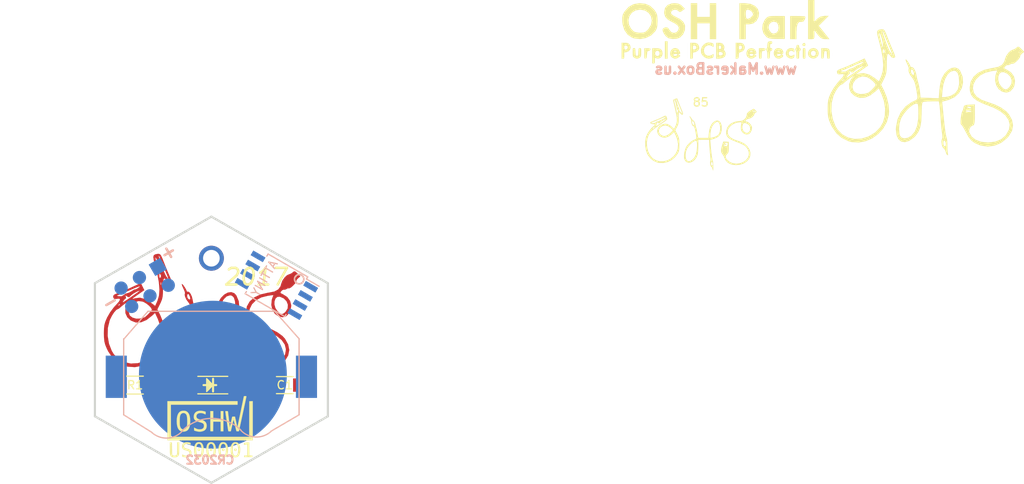
<source format=kicad_pcb>
(kicad_pcb (version 4) (host pcbnew 4.0.4-stable)

  (general
    (links 13)
    (no_connects 13)
    (area 85.872999 83.872999 114.127001 116.127001)
    (thickness 1.6)
    (drawings 14)
    (tracks 0)
    (zones 0)
    (modules 13)
    (nets 10)
  )

  (page USLetter)
  (layers
    (0 F.Cu signal)
    (31 B.Cu signal)
    (34 B.Paste user)
    (35 F.Paste user)
    (36 B.SilkS user)
    (37 F.SilkS user)
    (38 B.Mask user)
    (39 F.Mask user)
    (40 Dwgs.User user)
    (44 Edge.Cuts user)
  )

  (setup
    (last_trace_width 0.1524)
    (user_trace_width 0.254)
    (user_trace_width 0.3048)
    (user_trace_width 0.4064)
    (user_trace_width 0.6096)
    (user_trace_width 2.032)
    (trace_clearance 0.1524)
    (zone_clearance 0.508)
    (zone_45_only no)
    (trace_min 0.1524)
    (segment_width 0.254)
    (edge_width 0.254)
    (via_size 0.6858)
    (via_drill 0.3302)
    (via_min_size 0.6858)
    (via_min_drill 0.3302)
    (user_via 1 0.5)
    (uvia_size 0.762)
    (uvia_drill 0.508)
    (uvias_allowed no)
    (uvia_min_size 0.508)
    (uvia_min_drill 0.127)
    (pcb_text_width 0.3)
    (pcb_text_size 1.5 1.5)
    (mod_edge_width 0.15)
    (mod_text_size 1 1)
    (mod_text_width 0.15)
    (pad_size 17.78 17.78)
    (pad_drill 0)
    (pad_to_mask_clearance 0)
    (aux_axis_origin 0 0)
    (grid_origin 210.82 95.25)
    (visible_elements 7FFFFBFF)
    (pcbplotparams
      (layerselection 0x010f0_80000001)
      (usegerberextensions true)
      (excludeedgelayer true)
      (linewidth 0.100000)
      (plotframeref false)
      (viasonmask false)
      (mode 1)
      (useauxorigin false)
      (hpglpennumber 1)
      (hpglpenspeed 20)
      (hpglpendiameter 15)
      (hpglpenoverlay 2)
      (psnegative false)
      (psa4output false)
      (plotreference true)
      (plotvalue true)
      (plotinvisibletext false)
      (padsonsilk false)
      (subtractmaskfromsilk false)
      (outputformat 1)
      (mirror false)
      (drillshape 0)
      (scaleselection 1)
      (outputdirectory gerbers/))
  )

  (net 0 "")
  (net 1 GND)
  (net 2 +BATT)
  (net 3 "Net-(BT1-Pad1)")
  (net 4 "Net-(CON1-Pad1)")
  (net 5 "Net-(CON1-Pad3)")
  (net 6 "Net-(CON1-Pad4)")
  (net 7 "Net-(CON1-Pad5)")
  (net 8 "Net-(D1-Pad1)")
  (net 9 "Net-(IC1-Pad2)")

  (net_class Default "This is the default net class."
    (clearance 0.1524)
    (trace_width 0.1524)
    (via_dia 0.6858)
    (via_drill 0.3302)
    (uvia_dia 0.762)
    (uvia_drill 0.508)
    (add_net +BATT)
    (add_net GND)
    (add_net "Net-(BT1-Pad1)")
    (add_net "Net-(CON1-Pad1)")
    (add_net "Net-(CON1-Pad3)")
    (add_net "Net-(CON1-Pad4)")
    (add_net "Net-(CON1-Pad5)")
    (add_net "Net-(D1-Pad1)")
    (add_net "Net-(IC1-Pad2)")
  )

  (module myFootPrints:OSHWA (layer F.Cu) (tedit 0) (tstamp 5992FC1B)
    (at 98.82 96.25)
    (fp_text reference G*** (at 0 0) (layer F.SilkS) hide
      (effects (font (thickness 0.3)))
    )
    (fp_text value LOGO (at 0.75 0) (layer F.SilkS) hide
      (effects (font (thickness 0.3)))
    )
    (fp_poly (pts (xy -2.271626 -4.0986) (xy -2.113347 -3.898846) (xy -1.943534 -3.635642) (xy -1.815353 -3.389761)
      (xy -1.778475 -3.262755) (xy -1.699027 -3.215343) (xy -1.65658 -3.235052) (xy -1.505463 -3.201449)
      (xy -1.332095 -2.99033) (xy -1.17823 -2.669981) (xy -1.085621 -2.30869) (xy -1.084393 -2.299262)
      (xy -1.007482 -1.897662) (xy -0.888629 -1.459949) (xy -0.877865 -1.426759) (xy -0.772089 -1.016119)
      (xy -0.679453 -0.506429) (xy -0.64674 -0.254963) (xy -0.5715 0.4445) (xy 0.521065 0.480921)
      (xy 1.613631 0.517343) (xy 1.623942 0.381) (xy 1.99516 0.381) (xy 2.335159 0.381)
      (xy 2.693387 0.330711) (xy 3.085816 0.209387) (xy 3.094255 0.205889) (xy 3.603693 -0.105379)
      (xy 3.917525 -0.547261) (xy 4.054427 -1.150842) (xy 4.064 -1.408152) (xy 4.02112 -2.073849)
      (xy 3.887766 -2.51511) (xy 3.656863 -2.747418) (xy 3.430752 -2.794) (xy 3.030894 -2.673304)
      (xy 2.672936 -2.334684) (xy 2.377766 -1.813347) (xy 2.166269 -1.1445) (xy 2.068892 -0.498474)
      (xy 1.99516 0.381) (xy 1.623942 0.381) (xy 1.685227 -0.429328) (xy 1.756235 -0.989999)
      (xy 1.872286 -1.535095) (xy 2.002082 -1.930446) (xy 2.324695 -2.478519) (xy 2.720432 -2.879841)
      (xy 3.148802 -3.118516) (xy 3.56931 -3.178649) (xy 3.941463 -3.044345) (xy 4.178134 -2.784626)
      (xy 4.470825 -2.08429) (xy 4.532546 -1.373388) (xy 4.38058 -0.69509) (xy 4.032207 -0.092566)
      (xy 3.504708 0.391014) (xy 2.815365 0.71248) (xy 2.773384 0.72452) (xy 2.024339 0.932773)
      (xy 2.096816 1.704636) (xy 2.208405 2.851381) (xy 2.305598 3.758183) (xy 2.390138 4.438587)
      (xy 2.463763 4.906138) (xy 2.528215 5.174379) (xy 2.549145 5.224089) (xy 2.607466 5.45901)
      (xy 2.644355 5.855912) (xy 2.651915 6.265534) (xy 2.65781 6.712992) (xy 2.68544 7.063484)
      (xy 2.724255 7.228895) (xy 2.721679 7.352966) (xy 2.67132 7.366) (xy 2.552056 7.256242)
      (xy 2.459073 6.993118) (xy 2.353778 6.705514) (xy 2.215255 6.555293) (xy 2.075247 6.388874)
      (xy 1.973436 6.080643) (xy 1.954079 5.924955) (xy 2.160831 5.924955) (xy 2.191911 6.164894)
      (xy 2.245783 6.26745) (xy 2.381496 6.300229) (xy 2.46756 6.15319) (xy 2.464403 5.900315)
      (xy 2.457528 5.871559) (xy 2.35753 5.650416) (xy 2.271187 5.588) (xy 2.188763 5.692378)
      (xy 2.160831 5.924955) (xy 1.954079 5.924955) (xy 1.931362 5.742243) (xy 1.970567 5.485314)
      (xy 2.000403 5.441796) (xy 2.065381 5.22501) (xy 2.031081 4.857985) (xy 2.029003 4.848033)
      (xy 1.979102 4.521719) (xy 1.924721 4.02154) (xy 1.873898 3.427323) (xy 1.84778 3.048)
      (xy 1.806019 2.443658) (xy 1.760178 1.891839) (xy 1.71698 1.468841) (xy 1.69396 1.30175)
      (xy 1.622732 0.889) (xy 0.716116 0.890944) (xy 0.249064 0.904267) (xy -0.121374 0.937454)
      (xy -0.318604 0.983481) (xy -0.322831 0.986194) (xy -0.382677 1.151806) (xy -0.426377 1.522738)
      (xy -0.449357 2.050574) (xy -0.451673 2.3495) (xy -0.487551 3.267567) (xy -0.611361 3.990806)
      (xy -0.838866 4.567919) (xy -1.185829 5.047609) (xy -1.390147 5.249199) (xy -1.946712 5.642367)
      (xy -2.455438 5.796572) (xy -2.892572 5.725706) (xy -3.234362 5.443663) (xy -3.457053 4.964335)
      (xy -3.536895 4.301615) (xy -3.53211 4.185127) (xy -3.168102 4.185127) (xy -3.115591 4.783454)
      (xy -3.051144 5.008232) (xy -2.837911 5.261276) (xy -2.495483 5.346512) (xy -2.085519 5.263732)
      (xy -1.669869 5.012888) (xy -1.258722 4.518224) (xy -0.986151 3.836569) (xy -0.84807 2.955208)
      (xy -0.827992 2.392803) (xy -0.836766 1.885686) (xy -0.862324 1.47882) (xy -0.89988 1.236552)
      (xy -0.916678 1.200642) (xy -1.126186 1.153376) (xy -1.43607 1.28027) (xy -1.804747 1.544857)
      (xy -2.190636 1.91067) (xy -2.552157 2.341241) (xy -2.847727 2.800102) (xy -2.930845 2.9671)
      (xy -3.104181 3.539979) (xy -3.168102 4.185127) (xy -3.53211 4.185127) (xy -3.524539 4.00083)
      (xy -3.337333 3.049798) (xy -2.950445 2.208981) (xy -2.386379 1.511991) (xy -1.667638 0.992441)
      (xy -1.435531 0.880647) (xy -1.110652 0.725817) (xy -0.966044 0.580059) (xy -0.946105 0.358209)
      (xy -0.969057 0.166169) (xy -1.094639 -0.632863) (xy -1.22689 -1.219908) (xy -1.378107 -1.636915)
      (xy -1.560587 -1.925836) (xy -1.593076 -1.962515) (xy -1.824551 -2.280496) (xy -1.980349 -2.620428)
      (xy -2.000284 -2.734966) (xy -1.746589 -2.734966) (xy -1.685351 -2.481814) (xy -1.536926 -2.306725)
      (xy -1.458549 -2.286) (xy -1.352457 -2.333514) (xy -1.368364 -2.516947) (xy -1.419385 -2.676622)
      (xy -1.550525 -2.933402) (xy -1.675962 -2.946728) (xy -1.679394 -2.943407) (xy -1.746589 -2.734966)
      (xy -2.000284 -2.734966) (xy -2.028823 -2.898931) (xy -1.989194 -3.00614) (xy -1.997265 -3.152576)
      (xy -2.102896 -3.436968) (xy -2.173302 -3.584033) (xy -2.314891 -3.900851) (xy -2.373147 -4.114209)
      (xy -2.365204 -4.154131) (xy -2.271626 -4.0986)) (layer F.Mask) (width 0.01))
    (fp_poly (pts (xy 11.26058 -5.656147) (xy 11.468737 -5.475805) (xy 11.530069 -5.414099) (xy 11.8745 -5.065108)
      (xy 11.59415 -4.83432) (xy 11.418567 -4.645229) (xy 11.394969 -4.522364) (xy 11.368237 -4.392697)
      (xy 11.205716 -4.173102) (xy 10.972448 -3.929161) (xy 10.733474 -3.726458) (xy 10.553834 -3.630576)
      (xy 10.515313 -3.635376) (xy 10.336036 -3.624375) (xy 10.2235 -3.556) (xy 10.017418 -3.463508)
      (xy 9.928536 -3.478572) (xy 9.766875 -3.450941) (xy 9.601298 -3.316143) (xy 9.476442 -3.149205)
      (xy 9.524512 -3.042117) (xy 9.777396 -2.921665) (xy 10.305858 -2.583862) (xy 10.646565 -2.115034)
      (xy 10.782251 -1.565857) (xy 10.695652 -0.987011) (xy 10.544464 -0.670159) (xy 10.195736 -0.296777)
      (xy 9.75782 -0.159571) (xy 9.253514 -0.261243) (xy 8.817859 -0.569749) (xy 8.522683 -1.041296)
      (xy 8.388215 -1.615192) (xy 8.392538 -1.672454) (xy 8.75994 -1.672454) (xy 8.874007 -1.261571)
      (xy 9.118319 -0.895451) (xy 9.13423 -0.879231) (xy 9.444551 -0.606125) (xy 9.679785 -0.531152)
      (xy 9.917632 -0.649536) (xy 10.102272 -0.819728) (xy 10.349609 -1.218934) (xy 10.381611 -1.655373)
      (xy 10.21933 -2.073342) (xy 9.883818 -2.417137) (xy 9.419887 -2.625293) (xy 9.106091 -2.604519)
      (xy 8.885294 -2.400844) (xy 8.766806 -2.071184) (xy 8.75994 -1.672454) (xy 8.392538 -1.672454)
      (xy 8.434688 -2.230744) (xy 8.51224 -2.485024) (xy 8.642481 -2.827583) (xy 7.97249 -2.739588)
      (xy 7.190151 -2.543683) (xy 6.5439 -2.195056) (xy 6.064003 -1.721255) (xy 5.780725 -1.149826)
      (xy 5.715474 -0.685295) (xy 5.828066 -0.137323) (xy 6.169848 0.323487) (xy 6.745211 0.701062)
      (xy 7.558543 0.999327) (xy 7.616795 1.015268) (xy 8.406105 1.291181) (xy 9.127072 1.661697)
      (xy 9.712892 2.087659) (xy 10.03089 2.430241) (xy 10.411558 3.117028) (xy 10.539682 3.781686)
      (xy 10.414843 4.429524) (xy 10.036626 5.065852) (xy 9.803506 5.329524) (xy 9.108808 5.882237)
      (xy 8.326444 6.219645) (xy 7.498987 6.330421) (xy 6.669011 6.203241) (xy 6.600896 6.181489)
      (xy 6.010326 5.9401) (xy 5.568779 5.63243) (xy 5.208457 5.196518) (xy 4.880755 4.609454)
      (xy 4.654316 4.180188) (xy 4.456273 3.856505) (xy 4.320845 3.692792) (xy 4.297854 3.683)
      (xy 4.24753 3.571732) (xy 4.23881 3.291241) (xy 4.264106 2.921492) (xy 4.315829 2.542455)
      (xy 4.386391 2.234094) (xy 4.448501 2.0955) (xy 4.468315 2.049464) (xy 4.826 2.049464)
      (xy 4.936886 2.124798) (xy 5.206023 2.158834) (xy 5.228166 2.159) (xy 5.481041 2.139463)
      (xy 5.561678 2.0918) (xy 5.556881 2.085547) (xy 5.381624 2.009344) (xy 5.124931 1.976634)
      (xy 4.902267 1.993117) (xy 4.826 2.049464) (xy 4.468315 2.049464) (xy 4.542005 1.878261)
      (xy 4.591581 1.651) (xy 4.618591 1.553555) (xy 4.994018 1.553555) (xy 5.053246 1.631778)
      (xy 5.270996 1.7188) (xy 5.45956 1.726086) (xy 5.522563 1.654044) (xy 5.511418 1.629833)
      (xy 5.346145 1.545677) (xy 5.167754 1.525944) (xy 4.994018 1.553555) (xy 4.618591 1.553555)
      (xy 4.644001 1.461883) (xy 4.779123 1.360184) (xy 5.065144 1.311282) (xy 5.291985 1.295469)
      (xy 5.94847 1.257438) (xy 5.956408 2.338894) (xy 5.950242 2.995735) (xy 5.915735 3.434689)
      (xy 5.845996 3.690965) (xy 5.734133 3.79977) (xy 5.668461 3.81) (xy 5.468118 3.919781)
      (xy 5.315164 4.180285) (xy 5.259758 4.488245) (xy 5.279059 4.611693) (xy 5.560787 5.121929)
      (xy 6.043291 5.506751) (xy 6.698482 5.750911) (xy 7.498268 5.839159) (xy 7.540259 5.83921)
      (xy 8.402035 5.738614) (xy 9.11338 5.447876) (xy 9.658826 4.973557) (xy 9.697439 4.924467)
      (xy 10.046114 4.306486) (xy 10.146639 3.703891) (xy 10.004804 3.126688) (xy 9.626402 2.584883)
      (xy 9.017225 2.088482) (xy 8.183065 1.647489) (xy 7.687509 1.452355) (xy 6.835491 1.120255)
      (xy 6.205667 0.80128) (xy 5.769411 0.468496) (xy 5.498096 0.094969) (xy 5.363094 -0.346236)
      (xy 5.334 -0.762001) (xy 5.450347 -1.461304) (xy 5.788967 -2.058372) (xy 6.334229 -2.539946)
      (xy 7.070502 -2.89277) (xy 7.982153 -3.103587) (xy 8.114417 -3.120062) (xy 8.767551 -3.253353)
      (xy 9.214101 -3.496017) (xy 9.486933 -3.872701) (xy 9.591899 -4.227957) (xy 9.732996 -4.587068)
      (xy 9.985477 -4.941331) (xy 10.066959 -5.0165) (xy 11.303 -5.0165) (xy 11.3665 -4.953)
      (xy 11.43 -5.0165) (xy 11.3665 -5.08) (xy 11.303 -5.0165) (xy 10.066959 -5.0165)
      (xy 10.282449 -5.215294) (xy 10.557018 -5.333505) (xy 10.572494 -5.334001) (xy 10.766058 -5.412222)
      (xy 10.948568 -5.548545) (xy 11.11658 -5.673599) (xy 11.26058 -5.656147)) (layer F.Mask) (width 0.01))
    (fp_poly (pts (xy -4.984175 -7.716049) (xy -4.860015 -7.548036) (xy -4.712262 -7.227768) (xy -4.515775 -6.731)
      (xy -4.292026 -6.165362) (xy -4.066017 -5.615383) (xy -3.877797 -5.177969) (xy -3.835818 -5.085621)
      (xy -3.695061 -4.738184) (xy -3.630055 -4.485975) (xy -3.635649 -4.418871) (xy -3.815881 -4.317885)
      (xy -4.043095 -4.398463) (xy -4.191 -4.572001) (xy -4.35964 -4.77363) (xy -4.481219 -4.826001)
      (xy -4.560957 -4.736461) (xy -4.610599 -4.451984) (xy -4.633267 -3.948787) (xy -4.6355 -3.650967)
      (xy -4.645576 -3.047802) (xy -4.686303 -2.611997) (xy -4.773431 -2.257346) (xy -4.922712 -1.897647)
      (xy -4.97585 -1.788212) (xy -5.316199 -1.100492) (xy -4.953846 -0.382675) (xy -4.63613 0.410393)
      (xy -4.43246 1.264611) (xy -4.361884 2.08181) (xy -4.391546 2.51487) (xy -4.633493 3.384685)
      (xy -5.069167 4.159977) (xy -5.661591 4.816931) (xy -6.373787 5.331733) (xy -7.168777 5.680567)
      (xy -8.009586 5.83962) (xy -8.859234 5.785076) (xy -9.285596 5.666788) (xy -10.060567 5.283934)
      (xy -10.691904 4.728035) (xy -11.210081 3.969366) (xy -11.384852 3.619125) (xy -11.570529 3.170502)
      (xy -11.677831 2.761394) (xy -11.726569 2.288151) (xy -11.730821 2.074676) (xy -11.291143 2.074676)
      (xy -11.131776 3.021194) (xy -10.796618 3.885041) (xy -10.544756 4.29266) (xy -9.981585 4.865984)
      (xy -9.287515 5.241672) (xy -8.501166 5.411246) (xy -7.661159 5.366226) (xy -6.829332 5.108491)
      (xy -6.033283 4.632495) (xy -5.419641 3.998126) (xy -5.083537 3.409072) (xy -4.869406 2.624435)
      (xy -4.834975 1.740334) (xy -4.976557 0.833048) (xy -5.244736 0.074054) (xy -5.593355 -0.677391)
      (xy -5.939928 -0.351644) (xy -6.61928 0.173904) (xy -7.271998 0.449696) (xy -7.895429 0.475105)
      (xy -8.484893 0.250744) (xy -8.921186 -0.144904) (xy -9.146713 -0.640466) (xy -9.14985 -0.824836)
      (xy -8.766084 -0.824836) (xy -8.644624 -0.400463) (xy -8.604103 -0.339242) (xy -8.298627 -0.107774)
      (xy -7.858406 0.013904) (xy -7.388382 0.000059) (xy -7.303339 -0.020304) (xy -7.030201 -0.09471)
      (xy -6.895896 -0.126963) (xy -6.895008 -0.127) (xy -6.75433 -0.212371) (xy -6.520927 -0.420696)
      (xy -6.265271 -0.680293) (xy -6.057836 -0.919481) (xy -5.969092 -1.06658) (xy -5.969 -1.068896)
      (xy -6.068725 -1.281611) (xy -6.320536 -1.552079) (xy -6.653388 -1.816691) (xy -6.996236 -2.011838)
      (xy -7.043543 -2.030964) (xy -7.571671 -2.110867) (xy -8.07878 -1.940185) (xy -8.41375 -1.681682)
      (xy -8.685039 -1.280738) (xy -8.766084 -0.824836) (xy -9.14985 -0.824836) (xy -9.156 -1.186283)
      (xy -8.943569 -1.732696) (xy -8.734283 -2.01103) (xy -8.60874 -2.162483) (xy -8.637634 -2.177872)
      (xy -8.839591 -2.05083) (xy -9.054486 -1.901546) (xy -9.410498 -1.639582) (xy -9.68972 -1.413902)
      (xy -9.800286 -1.307853) (xy -9.982368 -1.162875) (xy -10.054643 -1.143001) (xy -10.255646 -1.034967)
      (xy -10.508801 -0.75008) (xy -10.771529 -0.347162) (xy -11.001254 0.114966) (xy -11.046312 0.227014)
      (xy -11.265671 1.118833) (xy -11.291143 2.074676) (xy -11.730821 2.074676) (xy -11.736731 1.778)
      (xy -11.724875 1.192794) (xy -11.673348 0.756151) (xy -11.560813 0.363296) (xy -11.365933 -0.090546)
      (xy -11.3488 -0.127) (xy -10.993938 -0.744824) (xy -10.53903 -1.355445) (xy -10.378333 -1.532269)
      (xy -10.001863 -1.532269) (xy -9.984491 -1.524) (xy -9.868593 -1.613406) (xy -9.8425 -1.651)
      (xy -9.810138 -1.769732) (xy -9.82751 -1.778) (xy -9.943408 -1.688595) (xy -9.9695 -1.651)
      (xy -10.001863 -1.532269) (xy -10.378333 -1.532269) (xy -10.305975 -1.611888) (xy -9.999554 -1.95216)
      (xy -9.47478 -1.95216) (xy -9.402966 -1.971603) (xy -9.210231 -2.089055) (xy -8.866277 -2.319918)
      (xy -8.382 -2.651359) (xy -7.867329 -3.008369) (xy -7.555635 -3.236842) (xy -7.436929 -3.346669)
      (xy -7.501225 -3.347739) (xy -7.738535 -3.249944) (xy -7.8105 -3.217275) (xy -8.179591 -3.012923)
      (xy -8.47272 -2.790884) (xy -8.526194 -2.734619) (xy -8.703436 -2.567054) (xy -8.862668 -2.596249)
      (xy -8.962723 -2.671119) (xy -9.125648 -2.788855) (xy -9.140225 -2.726993) (xy -9.108265 -2.63525)
      (xy -9.079848 -2.452201) (xy -9.117437 -2.413) (xy -9.247634 -2.317655) (xy -9.376827 -2.145711)
      (xy -9.455968 -2.015329) (xy -9.47478 -1.95216) (xy -9.999554 -1.95216) (xy -9.946968 -2.010555)
      (xy -9.799054 -2.270327) (xy -9.861993 -2.393221) (xy -10.135549 -2.381252) (xy -10.217478 -2.36236)
      (xy -10.48966 -2.366756) (xy -10.591672 -2.488865) (xy -10.626704 -2.709694) (xy -10.596762 -2.748441)
      (xy -10.189025 -2.748441) (xy -10.009026 -2.691203) (xy -9.970564 -2.682661) (xy -9.60252 -2.677679)
      (xy -9.367314 -2.824687) (xy -9.116049 -2.999285) (xy -8.941356 -3.048) (xy -8.705335 -3.11815)
      (xy -8.400667 -3.289189) (xy -8.369856 -3.310648) (xy -8.129761 -3.463413) (xy -8.005678 -3.50681)
      (xy -8.001 -3.498221) (xy -7.910447 -3.505452) (xy -7.691353 -3.626084) (xy -7.679537 -3.633776)
      (xy -7.434941 -3.811184) (xy -7.411267 -3.876481) (xy -7.602311 -3.831269) (xy -8.001869 -3.677149)
      (xy -8.603739 -3.415722) (xy -8.710264 -3.367723) (xy -9.242498 -3.133049) (xy -9.701323 -2.941969)
      (xy -10.030233 -2.81735) (xy -10.16 -2.781017) (xy -10.189025 -2.748441) (xy -10.596762 -2.748441)
      (xy -10.501553 -2.871645) (xy -10.175656 -3.01823) (xy -10.062982 -3.055984) (xy -9.737751 -3.177627)
      (xy -9.262841 -3.375272) (xy -8.71771 -3.615322) (xy -8.4455 -3.739888) (xy -7.3025 -4.270277)
      (xy -6.882262 -3.413019) (xy -7.409881 -3.045386) (xy -7.893731 -2.70612) (xy -8.18749 -2.491212)
      (xy -8.310564 -2.38139) (xy -8.282355 -2.357386) (xy -8.122266 -2.39993) (xy -8.029561 -2.429975)
      (xy -7.41478 -2.507247) (xy -6.77648 -2.338097) (xy -6.156786 -1.959842) (xy -5.576768 -1.517105)
      (xy -5.303311 -2.123803) (xy -5.118465 -2.735209) (xy -5.061858 -3.481066) (xy -5.119436 -4.191)
      (xy -4.932948 -4.191) (xy -4.91299 -4.010707) (xy -4.868891 -4.03225) (xy -4.852117 -4.292264)
      (xy -4.868891 -4.34975) (xy -4.915245 -4.365705) (xy -4.932948 -4.191) (xy -5.119436 -4.191)
      (xy -5.134976 -4.382601) (xy -5.280347 -5.14985) (xy -5.076139 -5.14985) (xy -5.054011 -4.905727)
      (xy -4.971059 -4.887833) (xy -4.93984 -4.915361) (xy -4.866357 -5.115466) (xy -4.935978 -5.290011)
      (xy -5.030885 -5.422074) (xy -5.068994 -5.34585) (xy -5.076139 -5.14985) (xy -5.280347 -5.14985)
      (xy -5.339308 -5.461037) (xy -5.610864 -6.51008) (xy -5.752886 -7.057636) (xy -5.788002 -7.336705)
      (xy -5.546736 -7.336705) (xy -5.515909 -7.103202) (xy -5.411194 -6.635211) (xy -5.316556 -6.25475)
      (xy -5.195302 -5.818584) (xy -5.116848 -5.62399) (xy -5.08448 -5.672942) (xy -5.101487 -5.967418)
      (xy -5.120714 -6.137058) (xy -5.214444 -6.605148) (xy -5.359016 -7.053214) (xy -5.388471 -7.121308)
      (xy -5.504111 -7.340985) (xy -5.546736 -7.336705) (xy -5.788002 -7.336705) (xy -5.797489 -7.412098)
      (xy -5.742254 -7.58983) (xy -5.152504 -7.58983) (xy -5.141935 -7.448198) (xy -5.055804 -7.133506)
      (xy -4.916481 -6.707057) (xy -4.746335 -6.230153) (xy -4.567736 -5.764096) (xy -4.403054 -5.37019)
      (xy -4.274659 -5.109735) (xy -4.22275 -5.04194) (xy -4.080573 -4.836706) (xy -4.064 -4.735023)
      (xy -4.024916 -4.600097) (xy -3.980953 -4.612714) (xy -3.988795 -4.760268) (xy -4.085928 -5.073508)
      (xy -4.252123 -5.488945) (xy -4.28108 -5.554631) (xy -4.511485 -6.087759) (xy -4.733788 -6.629568)
      (xy -4.885578 -7.024467) (xy -5.018101 -7.360357) (xy -5.118797 -7.561551) (xy -5.152504 -7.58983)
      (xy -5.742254 -7.58983) (xy -5.733051 -7.61944) (xy -5.547951 -7.725638) (xy -5.292362 -7.77013)
      (xy -5.117402 -7.775512) (xy -4.984175 -7.716049)) (layer F.Mask) (width 0.01))
    (fp_poly (pts (xy -2.271626 -4.0986) (xy -2.113347 -3.898846) (xy -1.943534 -3.635642) (xy -1.815353 -3.389761)
      (xy -1.778475 -3.262755) (xy -1.699027 -3.215343) (xy -1.65658 -3.235052) (xy -1.505463 -3.201449)
      (xy -1.332095 -2.99033) (xy -1.17823 -2.669981) (xy -1.085621 -2.30869) (xy -1.084393 -2.299262)
      (xy -1.007482 -1.897662) (xy -0.888629 -1.459949) (xy -0.877865 -1.426759) (xy -0.772089 -1.016119)
      (xy -0.679453 -0.506429) (xy -0.64674 -0.254963) (xy -0.5715 0.4445) (xy 0.521065 0.480921)
      (xy 1.613631 0.517343) (xy 1.623942 0.381) (xy 1.99516 0.381) (xy 2.335159 0.381)
      (xy 2.693387 0.330711) (xy 3.085816 0.209387) (xy 3.094255 0.205889) (xy 3.603693 -0.105379)
      (xy 3.917525 -0.547261) (xy 4.054427 -1.150842) (xy 4.064 -1.408152) (xy 4.02112 -2.073849)
      (xy 3.887766 -2.51511) (xy 3.656863 -2.747418) (xy 3.430752 -2.794) (xy 3.030894 -2.673304)
      (xy 2.672936 -2.334684) (xy 2.377766 -1.813347) (xy 2.166269 -1.1445) (xy 2.068892 -0.498474)
      (xy 1.99516 0.381) (xy 1.623942 0.381) (xy 1.685227 -0.429328) (xy 1.756235 -0.989999)
      (xy 1.872286 -1.535095) (xy 2.002082 -1.930446) (xy 2.324695 -2.478519) (xy 2.720432 -2.879841)
      (xy 3.148802 -3.118516) (xy 3.56931 -3.178649) (xy 3.941463 -3.044345) (xy 4.178134 -2.784626)
      (xy 4.470825 -2.08429) (xy 4.532546 -1.373388) (xy 4.38058 -0.69509) (xy 4.032207 -0.092566)
      (xy 3.504708 0.391014) (xy 2.815365 0.71248) (xy 2.773384 0.72452) (xy 2.024339 0.932773)
      (xy 2.096816 1.704636) (xy 2.208405 2.851381) (xy 2.305598 3.758183) (xy 2.390138 4.438587)
      (xy 2.463763 4.906138) (xy 2.528215 5.174379) (xy 2.549145 5.224089) (xy 2.607466 5.45901)
      (xy 2.644355 5.855912) (xy 2.651915 6.265534) (xy 2.65781 6.712992) (xy 2.68544 7.063484)
      (xy 2.724255 7.228895) (xy 2.721679 7.352966) (xy 2.67132 7.366) (xy 2.552056 7.256242)
      (xy 2.459073 6.993118) (xy 2.353778 6.705514) (xy 2.215255 6.555293) (xy 2.075247 6.388874)
      (xy 1.973436 6.080643) (xy 1.954079 5.924955) (xy 2.160831 5.924955) (xy 2.191911 6.164894)
      (xy 2.245783 6.26745) (xy 2.381496 6.300229) (xy 2.46756 6.15319) (xy 2.464403 5.900315)
      (xy 2.457528 5.871559) (xy 2.35753 5.650416) (xy 2.271187 5.588) (xy 2.188763 5.692378)
      (xy 2.160831 5.924955) (xy 1.954079 5.924955) (xy 1.931362 5.742243) (xy 1.970567 5.485314)
      (xy 2.000403 5.441796) (xy 2.065381 5.22501) (xy 2.031081 4.857985) (xy 2.029003 4.848033)
      (xy 1.979102 4.521719) (xy 1.924721 4.02154) (xy 1.873898 3.427323) (xy 1.84778 3.048)
      (xy 1.806019 2.443658) (xy 1.760178 1.891839) (xy 1.71698 1.468841) (xy 1.69396 1.30175)
      (xy 1.622732 0.889) (xy 0.716116 0.890944) (xy 0.249064 0.904267) (xy -0.121374 0.937454)
      (xy -0.318604 0.983481) (xy -0.322831 0.986194) (xy -0.382677 1.151806) (xy -0.426377 1.522738)
      (xy -0.449357 2.050574) (xy -0.451673 2.3495) (xy -0.487551 3.267567) (xy -0.611361 3.990806)
      (xy -0.838866 4.567919) (xy -1.185829 5.047609) (xy -1.390147 5.249199) (xy -1.946712 5.642367)
      (xy -2.455438 5.796572) (xy -2.892572 5.725706) (xy -3.234362 5.443663) (xy -3.457053 4.964335)
      (xy -3.536895 4.301615) (xy -3.53211 4.185127) (xy -3.168102 4.185127) (xy -3.115591 4.783454)
      (xy -3.051144 5.008232) (xy -2.837911 5.261276) (xy -2.495483 5.346512) (xy -2.085519 5.263732)
      (xy -1.669869 5.012888) (xy -1.258722 4.518224) (xy -0.986151 3.836569) (xy -0.84807 2.955208)
      (xy -0.827992 2.392803) (xy -0.836766 1.885686) (xy -0.862324 1.47882) (xy -0.89988 1.236552)
      (xy -0.916678 1.200642) (xy -1.126186 1.153376) (xy -1.43607 1.28027) (xy -1.804747 1.544857)
      (xy -2.190636 1.91067) (xy -2.552157 2.341241) (xy -2.847727 2.800102) (xy -2.930845 2.9671)
      (xy -3.104181 3.539979) (xy -3.168102 4.185127) (xy -3.53211 4.185127) (xy -3.524539 4.00083)
      (xy -3.337333 3.049798) (xy -2.950445 2.208981) (xy -2.386379 1.511991) (xy -1.667638 0.992441)
      (xy -1.435531 0.880647) (xy -1.110652 0.725817) (xy -0.966044 0.580059) (xy -0.946105 0.358209)
      (xy -0.969057 0.166169) (xy -1.094639 -0.632863) (xy -1.22689 -1.219908) (xy -1.378107 -1.636915)
      (xy -1.560587 -1.925836) (xy -1.593076 -1.962515) (xy -1.824551 -2.280496) (xy -1.980349 -2.620428)
      (xy -2.000284 -2.734966) (xy -1.746589 -2.734966) (xy -1.685351 -2.481814) (xy -1.536926 -2.306725)
      (xy -1.458549 -2.286) (xy -1.352457 -2.333514) (xy -1.368364 -2.516947) (xy -1.419385 -2.676622)
      (xy -1.550525 -2.933402) (xy -1.675962 -2.946728) (xy -1.679394 -2.943407) (xy -1.746589 -2.734966)
      (xy -2.000284 -2.734966) (xy -2.028823 -2.898931) (xy -1.989194 -3.00614) (xy -1.997265 -3.152576)
      (xy -2.102896 -3.436968) (xy -2.173302 -3.584033) (xy -2.314891 -3.900851) (xy -2.373147 -4.114209)
      (xy -2.365204 -4.154131) (xy -2.271626 -4.0986)) (layer F.Cu) (width 0.01))
    (fp_poly (pts (xy 11.26058 -5.656147) (xy 11.468737 -5.475805) (xy 11.530069 -5.414099) (xy 11.8745 -5.065108)
      (xy 11.59415 -4.83432) (xy 11.418567 -4.645229) (xy 11.394969 -4.522364) (xy 11.368237 -4.392697)
      (xy 11.205716 -4.173102) (xy 10.972448 -3.929161) (xy 10.733474 -3.726458) (xy 10.553834 -3.630576)
      (xy 10.515313 -3.635376) (xy 10.336036 -3.624375) (xy 10.2235 -3.556) (xy 10.017418 -3.463508)
      (xy 9.928536 -3.478572) (xy 9.766875 -3.450941) (xy 9.601298 -3.316143) (xy 9.476442 -3.149205)
      (xy 9.524512 -3.042117) (xy 9.777396 -2.921665) (xy 10.305858 -2.583862) (xy 10.646565 -2.115034)
      (xy 10.782251 -1.565857) (xy 10.695652 -0.987011) (xy 10.544464 -0.670159) (xy 10.195736 -0.296777)
      (xy 9.75782 -0.159571) (xy 9.253514 -0.261243) (xy 8.817859 -0.569749) (xy 8.522683 -1.041296)
      (xy 8.388215 -1.615192) (xy 8.392538 -1.672454) (xy 8.75994 -1.672454) (xy 8.874007 -1.261571)
      (xy 9.118319 -0.895451) (xy 9.13423 -0.879231) (xy 9.444551 -0.606125) (xy 9.679785 -0.531152)
      (xy 9.917632 -0.649536) (xy 10.102272 -0.819728) (xy 10.349609 -1.218934) (xy 10.381611 -1.655373)
      (xy 10.21933 -2.073342) (xy 9.883818 -2.417137) (xy 9.419887 -2.625293) (xy 9.106091 -2.604519)
      (xy 8.885294 -2.400844) (xy 8.766806 -2.071184) (xy 8.75994 -1.672454) (xy 8.392538 -1.672454)
      (xy 8.434688 -2.230744) (xy 8.51224 -2.485024) (xy 8.642481 -2.827583) (xy 7.97249 -2.739588)
      (xy 7.190151 -2.543683) (xy 6.5439 -2.195056) (xy 6.064003 -1.721255) (xy 5.780725 -1.149826)
      (xy 5.715474 -0.685295) (xy 5.828066 -0.137323) (xy 6.169848 0.323487) (xy 6.745211 0.701062)
      (xy 7.558543 0.999327) (xy 7.616795 1.015268) (xy 8.406105 1.291181) (xy 9.127072 1.661697)
      (xy 9.712892 2.087659) (xy 10.03089 2.430241) (xy 10.411558 3.117028) (xy 10.539682 3.781686)
      (xy 10.414843 4.429524) (xy 10.036626 5.065852) (xy 9.803506 5.329524) (xy 9.108808 5.882237)
      (xy 8.326444 6.219645) (xy 7.498987 6.330421) (xy 6.669011 6.203241) (xy 6.600896 6.181489)
      (xy 6.010326 5.9401) (xy 5.568779 5.63243) (xy 5.208457 5.196518) (xy 4.880755 4.609454)
      (xy 4.654316 4.180188) (xy 4.456273 3.856505) (xy 4.320845 3.692792) (xy 4.297854 3.683)
      (xy 4.24753 3.571732) (xy 4.23881 3.291241) (xy 4.264106 2.921492) (xy 4.315829 2.542455)
      (xy 4.386391 2.234094) (xy 4.448501 2.0955) (xy 4.468315 2.049464) (xy 4.826 2.049464)
      (xy 4.936886 2.124798) (xy 5.206023 2.158834) (xy 5.228166 2.159) (xy 5.481041 2.139463)
      (xy 5.561678 2.0918) (xy 5.556881 2.085547) (xy 5.381624 2.009344) (xy 5.124931 1.976634)
      (xy 4.902267 1.993117) (xy 4.826 2.049464) (xy 4.468315 2.049464) (xy 4.542005 1.878261)
      (xy 4.591581 1.651) (xy 4.618591 1.553555) (xy 4.994018 1.553555) (xy 5.053246 1.631778)
      (xy 5.270996 1.7188) (xy 5.45956 1.726086) (xy 5.522563 1.654044) (xy 5.511418 1.629833)
      (xy 5.346145 1.545677) (xy 5.167754 1.525944) (xy 4.994018 1.553555) (xy 4.618591 1.553555)
      (xy 4.644001 1.461883) (xy 4.779123 1.360184) (xy 5.065144 1.311282) (xy 5.291985 1.295469)
      (xy 5.94847 1.257438) (xy 5.956408 2.338894) (xy 5.950242 2.995735) (xy 5.915735 3.434689)
      (xy 5.845996 3.690965) (xy 5.734133 3.79977) (xy 5.668461 3.81) (xy 5.468118 3.919781)
      (xy 5.315164 4.180285) (xy 5.259758 4.488245) (xy 5.279059 4.611693) (xy 5.560787 5.121929)
      (xy 6.043291 5.506751) (xy 6.698482 5.750911) (xy 7.498268 5.839159) (xy 7.540259 5.83921)
      (xy 8.402035 5.738614) (xy 9.11338 5.447876) (xy 9.658826 4.973557) (xy 9.697439 4.924467)
      (xy 10.046114 4.306486) (xy 10.146639 3.703891) (xy 10.004804 3.126688) (xy 9.626402 2.584883)
      (xy 9.017225 2.088482) (xy 8.183065 1.647489) (xy 7.687509 1.452355) (xy 6.835491 1.120255)
      (xy 6.205667 0.80128) (xy 5.769411 0.468496) (xy 5.498096 0.094969) (xy 5.363094 -0.346236)
      (xy 5.334 -0.762001) (xy 5.450347 -1.461304) (xy 5.788967 -2.058372) (xy 6.334229 -2.539946)
      (xy 7.070502 -2.89277) (xy 7.982153 -3.103587) (xy 8.114417 -3.120062) (xy 8.767551 -3.253353)
      (xy 9.214101 -3.496017) (xy 9.486933 -3.872701) (xy 9.591899 -4.227957) (xy 9.732996 -4.587068)
      (xy 9.985477 -4.941331) (xy 10.066959 -5.0165) (xy 11.303 -5.0165) (xy 11.3665 -4.953)
      (xy 11.43 -5.0165) (xy 11.3665 -5.08) (xy 11.303 -5.0165) (xy 10.066959 -5.0165)
      (xy 10.282449 -5.215294) (xy 10.557018 -5.333505) (xy 10.572494 -5.334001) (xy 10.766058 -5.412222)
      (xy 10.948568 -5.548545) (xy 11.11658 -5.673599) (xy 11.26058 -5.656147)) (layer F.Cu) (width 0.01))
    (fp_poly (pts (xy -4.984175 -7.716049) (xy -4.860015 -7.548036) (xy -4.712262 -7.227768) (xy -4.515775 -6.731)
      (xy -4.292026 -6.165362) (xy -4.066017 -5.615383) (xy -3.877797 -5.177969) (xy -3.835818 -5.085621)
      (xy -3.695061 -4.738184) (xy -3.630055 -4.485975) (xy -3.635649 -4.418871) (xy -3.815881 -4.317885)
      (xy -4.043095 -4.398463) (xy -4.191 -4.572001) (xy -4.35964 -4.77363) (xy -4.481219 -4.826001)
      (xy -4.560957 -4.736461) (xy -4.610599 -4.451984) (xy -4.633267 -3.948787) (xy -4.6355 -3.650967)
      (xy -4.645576 -3.047802) (xy -4.686303 -2.611997) (xy -4.773431 -2.257346) (xy -4.922712 -1.897647)
      (xy -4.97585 -1.788212) (xy -5.316199 -1.100492) (xy -4.953846 -0.382675) (xy -4.63613 0.410393)
      (xy -4.43246 1.264611) (xy -4.361884 2.08181) (xy -4.391546 2.51487) (xy -4.633493 3.384685)
      (xy -5.069167 4.159977) (xy -5.661591 4.816931) (xy -6.373787 5.331733) (xy -7.168777 5.680567)
      (xy -8.009586 5.83962) (xy -8.859234 5.785076) (xy -9.285596 5.666788) (xy -10.060567 5.283934)
      (xy -10.691904 4.728035) (xy -11.210081 3.969366) (xy -11.384852 3.619125) (xy -11.570529 3.170502)
      (xy -11.677831 2.761394) (xy -11.726569 2.288151) (xy -11.730821 2.074676) (xy -11.291143 2.074676)
      (xy -11.131776 3.021194) (xy -10.796618 3.885041) (xy -10.544756 4.29266) (xy -9.981585 4.865984)
      (xy -9.287515 5.241672) (xy -8.501166 5.411246) (xy -7.661159 5.366226) (xy -6.829332 5.108491)
      (xy -6.033283 4.632495) (xy -5.419641 3.998126) (xy -5.083537 3.409072) (xy -4.869406 2.624435)
      (xy -4.834975 1.740334) (xy -4.976557 0.833048) (xy -5.244736 0.074054) (xy -5.593355 -0.677391)
      (xy -5.939928 -0.351644) (xy -6.61928 0.173904) (xy -7.271998 0.449696) (xy -7.895429 0.475105)
      (xy -8.484893 0.250744) (xy -8.921186 -0.144904) (xy -9.146713 -0.640466) (xy -9.14985 -0.824836)
      (xy -8.766084 -0.824836) (xy -8.644624 -0.400463) (xy -8.604103 -0.339242) (xy -8.298627 -0.107774)
      (xy -7.858406 0.013904) (xy -7.388382 0.000059) (xy -7.303339 -0.020304) (xy -7.030201 -0.09471)
      (xy -6.895896 -0.126963) (xy -6.895008 -0.127) (xy -6.75433 -0.212371) (xy -6.520927 -0.420696)
      (xy -6.265271 -0.680293) (xy -6.057836 -0.919481) (xy -5.969092 -1.06658) (xy -5.969 -1.068896)
      (xy -6.068725 -1.281611) (xy -6.320536 -1.552079) (xy -6.653388 -1.816691) (xy -6.996236 -2.011838)
      (xy -7.043543 -2.030964) (xy -7.571671 -2.110867) (xy -8.07878 -1.940185) (xy -8.41375 -1.681682)
      (xy -8.685039 -1.280738) (xy -8.766084 -0.824836) (xy -9.14985 -0.824836) (xy -9.156 -1.186283)
      (xy -8.943569 -1.732696) (xy -8.734283 -2.01103) (xy -8.60874 -2.162483) (xy -8.637634 -2.177872)
      (xy -8.839591 -2.05083) (xy -9.054486 -1.901546) (xy -9.410498 -1.639582) (xy -9.68972 -1.413902)
      (xy -9.800286 -1.307853) (xy -9.982368 -1.162875) (xy -10.054643 -1.143001) (xy -10.255646 -1.034967)
      (xy -10.508801 -0.75008) (xy -10.771529 -0.347162) (xy -11.001254 0.114966) (xy -11.046312 0.227014)
      (xy -11.265671 1.118833) (xy -11.291143 2.074676) (xy -11.730821 2.074676) (xy -11.736731 1.778)
      (xy -11.724875 1.192794) (xy -11.673348 0.756151) (xy -11.560813 0.363296) (xy -11.365933 -0.090546)
      (xy -11.3488 -0.127) (xy -10.993938 -0.744824) (xy -10.53903 -1.355445) (xy -10.378333 -1.532269)
      (xy -10.001863 -1.532269) (xy -9.984491 -1.524) (xy -9.868593 -1.613406) (xy -9.8425 -1.651)
      (xy -9.810138 -1.769732) (xy -9.82751 -1.778) (xy -9.943408 -1.688595) (xy -9.9695 -1.651)
      (xy -10.001863 -1.532269) (xy -10.378333 -1.532269) (xy -10.305975 -1.611888) (xy -9.999554 -1.95216)
      (xy -9.47478 -1.95216) (xy -9.402966 -1.971603) (xy -9.210231 -2.089055) (xy -8.866277 -2.319918)
      (xy -8.382 -2.651359) (xy -7.867329 -3.008369) (xy -7.555635 -3.236842) (xy -7.436929 -3.346669)
      (xy -7.501225 -3.347739) (xy -7.738535 -3.249944) (xy -7.8105 -3.217275) (xy -8.179591 -3.012923)
      (xy -8.47272 -2.790884) (xy -8.526194 -2.734619) (xy -8.703436 -2.567054) (xy -8.862668 -2.596249)
      (xy -8.962723 -2.671119) (xy -9.125648 -2.788855) (xy -9.140225 -2.726993) (xy -9.108265 -2.63525)
      (xy -9.079848 -2.452201) (xy -9.117437 -2.413) (xy -9.247634 -2.317655) (xy -9.376827 -2.145711)
      (xy -9.455968 -2.015329) (xy -9.47478 -1.95216) (xy -9.999554 -1.95216) (xy -9.946968 -2.010555)
      (xy -9.799054 -2.270327) (xy -9.861993 -2.393221) (xy -10.135549 -2.381252) (xy -10.217478 -2.36236)
      (xy -10.48966 -2.366756) (xy -10.591672 -2.488865) (xy -10.626704 -2.709694) (xy -10.596762 -2.748441)
      (xy -10.189025 -2.748441) (xy -10.009026 -2.691203) (xy -9.970564 -2.682661) (xy -9.60252 -2.677679)
      (xy -9.367314 -2.824687) (xy -9.116049 -2.999285) (xy -8.941356 -3.048) (xy -8.705335 -3.11815)
      (xy -8.400667 -3.289189) (xy -8.369856 -3.310648) (xy -8.129761 -3.463413) (xy -8.005678 -3.50681)
      (xy -8.001 -3.498221) (xy -7.910447 -3.505452) (xy -7.691353 -3.626084) (xy -7.679537 -3.633776)
      (xy -7.434941 -3.811184) (xy -7.411267 -3.876481) (xy -7.602311 -3.831269) (xy -8.001869 -3.677149)
      (xy -8.603739 -3.415722) (xy -8.710264 -3.367723) (xy -9.242498 -3.133049) (xy -9.701323 -2.941969)
      (xy -10.030233 -2.81735) (xy -10.16 -2.781017) (xy -10.189025 -2.748441) (xy -10.596762 -2.748441)
      (xy -10.501553 -2.871645) (xy -10.175656 -3.01823) (xy -10.062982 -3.055984) (xy -9.737751 -3.177627)
      (xy -9.262841 -3.375272) (xy -8.71771 -3.615322) (xy -8.4455 -3.739888) (xy -7.3025 -4.270277)
      (xy -6.882262 -3.413019) (xy -7.409881 -3.045386) (xy -7.893731 -2.70612) (xy -8.18749 -2.491212)
      (xy -8.310564 -2.38139) (xy -8.282355 -2.357386) (xy -8.122266 -2.39993) (xy -8.029561 -2.429975)
      (xy -7.41478 -2.507247) (xy -6.77648 -2.338097) (xy -6.156786 -1.959842) (xy -5.576768 -1.517105)
      (xy -5.303311 -2.123803) (xy -5.118465 -2.735209) (xy -5.061858 -3.481066) (xy -5.119436 -4.191)
      (xy -4.932948 -4.191) (xy -4.91299 -4.010707) (xy -4.868891 -4.03225) (xy -4.852117 -4.292264)
      (xy -4.868891 -4.34975) (xy -4.915245 -4.365705) (xy -4.932948 -4.191) (xy -5.119436 -4.191)
      (xy -5.134976 -4.382601) (xy -5.280347 -5.14985) (xy -5.076139 -5.14985) (xy -5.054011 -4.905727)
      (xy -4.971059 -4.887833) (xy -4.93984 -4.915361) (xy -4.866357 -5.115466) (xy -4.935978 -5.290011)
      (xy -5.030885 -5.422074) (xy -5.068994 -5.34585) (xy -5.076139 -5.14985) (xy -5.280347 -5.14985)
      (xy -5.339308 -5.461037) (xy -5.610864 -6.51008) (xy -5.752886 -7.057636) (xy -5.788002 -7.336705)
      (xy -5.546736 -7.336705) (xy -5.515909 -7.103202) (xy -5.411194 -6.635211) (xy -5.316556 -6.25475)
      (xy -5.195302 -5.818584) (xy -5.116848 -5.62399) (xy -5.08448 -5.672942) (xy -5.101487 -5.967418)
      (xy -5.120714 -6.137058) (xy -5.214444 -6.605148) (xy -5.359016 -7.053214) (xy -5.388471 -7.121308)
      (xy -5.504111 -7.340985) (xy -5.546736 -7.336705) (xy -5.788002 -7.336705) (xy -5.797489 -7.412098)
      (xy -5.742254 -7.58983) (xy -5.152504 -7.58983) (xy -5.141935 -7.448198) (xy -5.055804 -7.133506)
      (xy -4.916481 -6.707057) (xy -4.746335 -6.230153) (xy -4.567736 -5.764096) (xy -4.403054 -5.37019)
      (xy -4.274659 -5.109735) (xy -4.22275 -5.04194) (xy -4.080573 -4.836706) (xy -4.064 -4.735023)
      (xy -4.024916 -4.600097) (xy -3.980953 -4.612714) (xy -3.988795 -4.760268) (xy -4.085928 -5.073508)
      (xy -4.252123 -5.488945) (xy -4.28108 -5.554631) (xy -4.511485 -6.087759) (xy -4.733788 -6.629568)
      (xy -4.885578 -7.024467) (xy -5.018101 -7.360357) (xy -5.118797 -7.561551) (xy -5.152504 -7.58983)
      (xy -5.742254 -7.58983) (xy -5.733051 -7.61944) (xy -5.547951 -7.725638) (xy -5.292362 -7.77013)
      (xy -5.117402 -7.775512) (xy -4.984175 -7.716049)) (layer F.Cu) (width 0.01))
  )

  (module myFootPrints:BATT_CR2032_SMD (layer B.Cu) (tedit 598FCE2F) (tstamp 586093B2)
    (at 100 103.25 180)
    (tags battery)
    (path /56CFA61E)
    (fp_text reference BT1 (at 0 -5.08 180) (layer B.SilkS) hide
      (effects (font (size 1.72974 1.08712) (thickness 0.27178)) (justify mirror))
    )
    (fp_text value Battery (at 0 2.54 180) (layer B.SilkS) hide
      (effects (font (size 1.524 1.016) (thickness 0.254)) (justify mirror))
    )
    (fp_line (start -7.1755 -6.5405) (end -10.541 -4.572) (layer B.SilkS) (width 0.15))
    (fp_line (start 7.1755 -6.6675) (end 10.541 -4.572) (layer B.SilkS) (width 0.15))
    (fp_arc (start -5.4229 -4.6355) (end -3.5179 -6.4135) (angle -90) (layer B.SilkS) (width 0.15))
    (fp_arc (start 5.4102 -4.7625) (end 7.1882 -6.6675) (angle -90) (layer B.SilkS) (width 0.15))
    (fp_arc (start -0.0635 -10.033) (end -3.556 -6.4135) (angle -90) (layer B.SilkS) (width 0.15))
    (fp_line (start 7.62 7.874) (end 10.541 4.5085) (layer B.SilkS) (width 0.15))
    (fp_line (start -10.541 4.572) (end -7.5565 7.9375) (layer B.SilkS) (width 0.15))
    (fp_line (start -7.62 7.874) (end 7.62 7.874) (layer B.SilkS) (width 0.15))
    (fp_line (start -10.541 -4.572) (end -10.541 4.572) (layer B.SilkS) (width 0.15))
    (fp_line (start 10.541 -4.572) (end 10.541 4.572) (layer B.SilkS) (width 0.15))
    (fp_circle (center 0 0) (end -10.16 0) (layer Dwgs.User) (width 0.15))
    (pad 2 smd circle (at -0.18 0.25 180) (size 17.78 17.78) (layers B.Cu B.Paste B.Mask)
      (net 1 GND))
    (pad 1 smd rect (at -11.43 0 180) (size 2.54 5.08) (layers B.Cu B.Paste B.Mask)
      (net 3 "Net-(BT1-Pad1)"))
    (pad 1 smd rect (at 11.43 0 180) (size 2.54 5.08) (layers B.Cu B.Paste B.Mask)
      (net 3 "Net-(BT1-Pad1)"))
  )

  (module myFootPrints:OSHWA (layer F.Cu) (tedit 0) (tstamp 5990BCA1)
    (at 158.82 74.25)
    (fp_text reference G*** (at 0 0) (layer F.SilkS) hide
      (effects (font (thickness 0.3)))
    )
    (fp_text value LOGO (at 0.75 0) (layer F.SilkS) hide
      (effects (font (thickness 0.3)))
    )
    (fp_poly (pts (xy -1.249847 -2.264267) (xy -1.148949 -2.11985) (xy -1.119782 -2.068285) (xy -1.01363 -1.906798)
      (xy -0.918833 -1.819383) (xy -0.899444 -1.814286) (xy -0.814125 -1.750434) (xy -0.724693 -1.589329)
      (xy -0.652305 -1.376639) (xy -0.622547 -1.216566) (xy -0.584529 -1.039065) (xy -0.54533 -0.945119)
      (xy -0.508234 -0.832282) (xy -0.461915 -0.617402) (xy -0.415163 -0.342457) (xy -0.405735 -0.278374)
      (xy -0.361482 -0.011839) (xy -0.316519 0.188117) (xy -0.278882 0.287503) (xy -0.270757 0.29268)
      (xy -0.177544 0.291549) (xy 0.021715 0.290705) (xy 0.287921 0.290301) (xy 0.352363 0.290286)
      (xy 0.922441 0.290286) (xy 0.958652 -0.097499) (xy 1.161143 -0.097499) (xy 1.161143 0.286657)
      (xy 1.397 0.242927) (xy 1.635888 0.179236) (xy 1.871911 0.089813) (xy 2.125755 -0.097699)
      (xy 2.281883 -0.38587) (xy 2.342744 -0.779792) (xy 2.343438 -0.891163) (xy 2.308813 -1.216037)
      (xy 2.225193 -1.47134) (xy 2.10467 -1.629952) (xy 1.996567 -1.669143) (xy 1.882498 -1.624057)
      (xy 1.715365 -1.510121) (xy 1.636166 -1.444598) (xy 1.401628 -1.147956) (xy 1.242023 -0.747279)
      (xy 1.166241 -0.26778) (xy 1.161143 -0.097499) (xy 0.958652 -0.097499) (xy 0.966573 -0.182314)
      (xy 1.033392 -0.666724) (xy 1.139113 -1.041812) (xy 1.295761 -1.340888) (xy 1.455624 -1.537166)
      (xy 1.720077 -1.742933) (xy 1.974432 -1.811247) (xy 2.20065 -1.74958) (xy 2.380693 -1.565407)
      (xy 2.49652 -1.266199) (xy 2.522981 -1.095017) (xy 2.520386 -0.612333) (xy 2.407917 -0.222717)
      (xy 2.18169 0.079923) (xy 1.837821 0.301681) (xy 1.570169 0.399392) (xy 1.14926 0.521754)
      (xy 1.196079 1.149877) (xy 1.23739 1.637168) (xy 1.28516 2.090763) (xy 1.336024 2.485793)
      (xy 1.386615 2.797386) (xy 1.433569 3.000671) (xy 1.453457 3.051789) (xy 1.475646 3.155849)
      (xy 1.492874 3.349263) (xy 1.504173 3.590362) (xy 1.508574 3.837477) (xy 1.505109 4.04894)
      (xy 1.492809 4.183081) (xy 1.480352 4.209143) (xy 1.454485 4.147203) (xy 1.41663 3.998199)
      (xy 1.416475 3.997491) (xy 1.354258 3.834277) (xy 1.276086 3.749806) (xy 1.203269 3.657655)
      (xy 1.14819 3.482032) (xy 1.139959 3.419679) (xy 1.235707 3.419679) (xy 1.265177 3.556251)
      (xy 1.282096 3.580191) (xy 1.386266 3.626589) (xy 1.446447 3.544938) (xy 1.451429 3.489364)
      (xy 1.427996 3.30167) (xy 1.370231 3.179322) (xy 1.298682 3.161557) (xy 1.247952 3.260957)
      (xy 1.235707 3.419679) (xy 1.139959 3.419679) (xy 1.122108 3.284461) (xy 1.136281 3.126469)
      (xy 1.155143 3.088875) (xy 1.179838 2.978939) (xy 1.178156 2.777175) (xy 1.160707 2.606712)
      (xy 1.132828 2.364551) (xy 1.101543 2.027111) (xy 1.071183 1.644047) (xy 1.051511 1.354855)
      (xy 0.998598 0.508) (xy -0.290285 0.508) (xy -0.29069 1.251857) (xy -0.298715 1.602354)
      (xy -0.319934 1.931227) (xy -0.350621 2.190161) (xy -0.370388 2.286) (xy -0.512742 2.63705)
      (xy -0.715103 2.915894) (xy -0.956119 3.116843) (xy -1.214443 3.234208) (xy -1.468725 3.262298)
      (xy -1.697615 3.195424) (xy -1.879764 3.027896) (xy -1.993824 2.754025) (xy -2.000681 2.720477)
      (xy -2.013012 2.437259) (xy -1.990984 2.250266) (xy -1.816037 2.250266) (xy -1.812482 2.571146)
      (xy -1.753958 2.835547) (xy -1.669143 2.975429) (xy -1.521324 3.089626) (xy -1.374747 3.105654)
      (xy -1.186414 3.02198) (xy -1.08116 2.954477) (xy -0.800187 2.69531) (xy -0.604923 2.347083)
      (xy -0.488602 1.894791) (xy -0.453593 1.562523) (xy -0.441365 1.256668) (xy -0.442681 0.986394)
      (xy -0.457001 0.800339) (xy -0.462355 0.773453) (xy -0.510175 0.648276) (xy -0.596828 0.625833)
      (xy -0.714766 0.660201) (xy -0.9512 0.792743) (xy -1.210761 1.016139) (xy -1.453782 1.290388)
      (xy -1.640598 1.575488) (xy -1.659477 1.612891) (xy -1.764933 1.916362) (xy -1.816037 2.250266)
      (xy -1.990984 2.250266) (xy -1.971354 2.083635) (xy -1.886116 1.719267) (xy -1.772814 1.414465)
      (xy -1.599399 1.153017) (xy -1.342382 0.88375) (xy -1.051528 0.652076) (xy -0.776602 0.50341)
      (xy -0.773054 0.502116) (xy -0.635207 0.450081) (xy -0.554416 0.394548) (xy -0.522066 0.302772)
      (xy -0.529539 0.14201) (xy -0.568219 -0.120482) (xy -0.583633 -0.217714) (xy -0.657278 -0.618987)
      (xy -0.732871 -0.911337) (xy -0.80658 -1.083025) (xy -0.874574 -1.122311) (xy -0.878226 -1.120302)
      (xy -0.944987 -1.149529) (xy -1.022976 -1.272756) (xy -1.092325 -1.44221) (xy -1.116363 -1.541042)
      (xy -1.046454 -1.541042) (xy -1.005273 -1.420581) (xy -0.904272 -1.262542) (xy -0.811375 -1.248979)
      (xy -0.765361 -1.300847) (xy -0.762796 -1.406524) (xy -0.81209 -1.558474) (xy -0.885886 -1.691655)
      (xy -0.950794 -1.741714) (xy -1.040931 -1.686222) (xy -1.046454 -1.541042) (xy -1.116363 -1.541042)
      (xy -1.133164 -1.610119) (xy -1.128508 -1.722082) (xy -1.13739 -1.849339) (xy -1.211511 -2.02935)
      (xy -1.238771 -2.076468) (xy -1.318487 -2.229035) (xy -1.335228 -2.31518) (xy -1.323632 -2.322285)
      (xy -1.249847 -2.264267)) (layer F.SilkS) (width 0.01))
    (fp_poly (pts (xy 6.41536 -3.190838) (xy 6.545302 -3.071317) (xy 6.562029 -3.053934) (xy 6.687057 -2.917285)
      (xy 6.718321 -2.843251) (xy 6.662876 -2.790031) (xy 6.611359 -2.761652) (xy 6.492713 -2.669409)
      (xy 6.458857 -2.603078) (xy 6.400038 -2.439383) (xy 6.253845 -2.263409) (xy 6.065675 -2.121515)
      (xy 5.934484 -2.067572) (xy 5.762041 -2.026147) (xy 5.658072 -1.994856) (xy 5.549821 -1.95035)
      (xy 5.497286 -1.927253) (xy 5.387394 -1.832409) (xy 5.38737 -1.729497) (xy 5.492055 -1.670932)
      (xy 5.522686 -1.669143) (xy 5.704755 -1.607805) (xy 5.896613 -1.452403) (xy 6.060062 -1.245853)
      (xy 6.156902 -1.031069) (xy 6.168572 -0.94351) (xy 6.123574 -0.651135) (xy 6.004823 -0.392153)
      (xy 5.836683 -0.211361) (xy 5.745415 -0.165453) (xy 5.47143 -0.124279) (xy 5.233543 -0.204266)
      (xy 5.035997 -0.370912) (xy 4.895982 -0.551406) (xy 4.835907 -0.747435) (xy 4.826429 -0.929604)
      (xy 4.835011 -1.099228) (xy 4.995925 -1.099228) (xy 5.014625 -0.81161) (xy 5.122261 -0.557694)
      (xy 5.307422 -0.383712) (xy 5.324171 -0.375149) (xy 5.528422 -0.303764) (xy 5.683275 -0.335912)
      (xy 5.809693 -0.439407) (xy 5.913403 -0.595815) (xy 5.940658 -0.809747) (xy 5.936693 -0.890609)
      (xy 5.89787 -1.11178) (xy 5.795095 -1.261273) (xy 5.667983 -1.358345) (xy 5.41134 -1.493958)
      (xy 5.222004 -1.506677) (xy 5.090471 -1.396759) (xy 5.077571 -1.374317) (xy 4.995925 -1.099228)
      (xy 4.835011 -1.099228) (xy 4.838766 -1.173437) (xy 4.870255 -1.380565) (xy 4.885319 -1.433286)
      (xy 4.910474 -1.545413) (xy 4.850632 -1.589556) (xy 4.71231 -1.596571) (xy 4.309185 -1.540771)
      (xy 3.928331 -1.38766) (xy 3.60237 -1.15867) (xy 3.363924 -0.875234) (xy 3.263428 -0.644649)
      (xy 3.237937 -0.308662) (xy 3.352287 -0.01057) (xy 3.606094 0.24921) (xy 3.998978 0.470264)
      (xy 4.424673 0.622343) (xy 4.878323 0.780645) (xy 5.228637 0.966127) (xy 5.517383 1.202614)
      (xy 5.607189 1.296918) (xy 5.860543 1.66812) (xy 5.976883 2.053566) (xy 5.960566 2.434621)
      (xy 5.815946 2.79265) (xy 5.54738 3.10902) (xy 5.159224 3.365096) (xy 5.119252 3.384233)
      (xy 4.709042 3.513496) (xy 4.254336 3.556923) (xy 3.812366 3.513296) (xy 3.514011 3.418381)
      (xy 3.196843 3.214063) (xy 2.961871 2.941416) (xy 2.854214 2.691494) (xy 2.7805 2.514916)
      (xy 2.6529 2.30627) (xy 2.611066 2.249714) (xy 2.496597 2.068516) (xy 2.444811 1.877317)
      (xy 2.455242 1.64199) (xy 2.527427 1.328408) (xy 2.595445 1.103398) (xy 2.595994 1.101667)
      (xy 2.758826 1.101667) (xy 2.820626 1.211016) (xy 2.921 1.25507) (xy 3.068906 1.283964)
      (xy 3.130251 1.296403) (xy 3.18182 1.244124) (xy 3.219974 1.143) (xy 3.256917 0.967583)
      (xy 3.223079 0.890283) (xy 3.092623 0.871205) (xy 3.043717 0.870857) (xy 2.896453 0.890871)
      (xy 2.866831 0.94379) (xy 2.867761 0.945353) (xy 2.970425 1.001688) (xy 3.012428 0.999782)
      (xy 3.093084 1.020928) (xy 3.09767 1.050693) (xy 3.025859 1.125096) (xy 2.903467 1.127904)
      (xy 2.815051 1.066406) (xy 2.769436 1.034044) (xy 2.758826 1.101667) (xy 2.595994 1.101667)
      (xy 2.717455 0.719082) (xy 3.046013 0.740541) (xy 3.374572 0.762) (xy 3.372802 1.390524)
      (xy 3.368593 1.699817) (xy 3.351881 1.902504) (xy 3.313368 2.037082) (xy 3.243756 2.142053)
      (xy 3.17323 2.216848) (xy 3.018645 2.415718) (xy 2.991346 2.599645) (xy 3.090924 2.804697)
      (xy 3.165502 2.899896) (xy 3.478956 3.167688) (xy 3.856848 3.328261) (xy 4.269679 3.385042)
      (xy 4.687952 3.341457) (xy 5.082168 3.200935) (xy 5.422828 2.9669) (xy 5.680434 2.642781)
      (xy 5.700565 2.605403) (xy 5.792627 2.278487) (xy 5.760702 1.927963) (xy 5.61464 1.586378)
      (xy 5.364294 1.286281) (xy 5.280224 1.216684) (xy 5.10003 1.107852) (xy 4.829165 0.977615)
      (xy 4.515384 0.848212) (xy 4.389958 0.80216) (xy 3.897688 0.612893) (xy 3.533861 0.431491)
      (xy 3.283576 0.243043) (xy 3.131933 0.032637) (xy 3.06403 -0.214638) (xy 3.064965 -0.513692)
      (xy 3.065829 -0.522875) (xy 3.171579 -0.917937) (xy 3.397961 -1.24771) (xy 3.730884 -1.5009)
      (xy 4.156258 -1.666216) (xy 4.570526 -1.728667) (xy 4.848151 -1.754347) (xy 5.034639 -1.803732)
      (xy 5.183922 -1.895895) (xy 5.276748 -1.978401) (xy 5.410126 -2.123414) (xy 5.475355 -2.231153)
      (xy 5.475136 -2.256199) (xy 5.489739 -2.339446) (xy 5.507432 -2.353629) (xy 5.547729 -2.448732)
      (xy 5.539723 -2.527509) (xy 5.571196 -2.667889) (xy 5.73683 -2.83648) (xy 5.759408 -2.854008)
      (xy 5.804039 -2.885762) (xy 6.252716 -2.885762) (xy 6.26854 -2.844668) (xy 6.36029 -2.792395)
      (xy 6.456356 -2.830293) (xy 6.48831 -2.926273) (xy 6.482797 -2.945149) (xy 6.412502 -3.037357)
      (xy 6.380799 -3.048) (xy 6.349499 -2.993685) (xy 6.364611 -2.927238) (xy 6.376782 -2.845788)
      (xy 6.314834 -2.865879) (xy 6.252716 -2.885762) (xy 5.804039 -2.885762) (xy 5.925567 -2.972226)
      (xy 6.043763 -3.040945) (xy 6.067301 -3.048) (xy 6.158254 -3.091531) (xy 6.240528 -3.1563)
      (xy 6.328757 -3.214393) (xy 6.41536 -3.190838)) (layer F.SilkS) (width 0.01))
    (fp_poly (pts (xy -2.625845 -3.924486) (xy -2.49651 -3.600245) (xy -2.360804 -3.269885) (xy -2.247215 -3.00272)
      (xy -2.243168 -2.993493) (xy -2.149633 -2.755046) (xy -2.124948 -2.609378) (xy -2.160822 -2.527292)
      (xy -2.244809 -2.49515) (xy -2.358187 -2.567652) (xy -2.425793 -2.636227) (xy -2.549478 -2.763218)
      (xy -2.624403 -2.828112) (xy -2.630064 -2.830286) (xy -2.640168 -2.762904) (xy -2.647631 -2.581503)
      (xy -2.651502 -2.317194) (xy -2.651672 -2.122714) (xy -2.654434 -1.779461) (xy -2.671518 -1.536108)
      (xy -2.711245 -1.347534) (xy -2.781939 -1.168622) (xy -2.854084 -1.025394) (xy -3.059311 -0.635646)
      (xy -2.817798 -0.154537) (xy -2.7083 0.07301) (xy -2.638072 0.259397) (xy -2.598448 0.449236)
      (xy -2.58076 0.687137) (xy -2.576341 1.017714) (xy -2.576285 1.088572) (xy -2.579439 1.440905)
      (xy -2.593593 1.687399) (xy -2.625792 1.867302) (xy -2.683078 2.019862) (xy -2.772493 2.184329)
      (xy -2.773083 2.185333) (xy -3.105461 2.621286) (xy -3.520751 2.959946) (xy -3.994751 3.190951)
      (xy -4.503258 3.303943) (xy -5.022068 3.28856) (xy -5.238906 3.240852) (xy -5.655191 3.054356)
      (xy -6.033759 2.753091) (xy -6.33981 2.367402) (xy -6.432152 2.200343) (xy -6.581759 1.772523)
      (xy -6.663632 1.272408) (xy -6.673867 0.757975) (xy -6.608557 0.287201) (xy -6.570093 0.152304)
      (xy -6.411159 -0.201313) (xy -6.177684 -0.570499) (xy -5.97259 -0.821929) (xy -5.802729 -0.821929)
      (xy -5.747657 -0.798286) (xy -5.651294 -0.843712) (xy -5.602514 -0.885371) (xy -5.520206 -0.999794)
      (xy -5.546188 -1.044683) (xy -5.660571 -0.999158) (xy -5.777294 -0.899912) (xy -5.802729 -0.821929)
      (xy -5.97259 -0.821929) (xy -5.908061 -0.901036) (xy -5.675249 -1.113341) (xy -5.431712 -1.113341)
      (xy -5.417241 -1.097823) (xy -5.326084 -1.142608) (xy -5.145555 -1.254409) (xy -4.86297 -1.439942)
      (xy -4.73692 -1.524) (xy -4.483823 -1.698136) (xy -4.283581 -1.845307) (xy -4.162311 -1.945779)
      (xy -4.138206 -1.976406) (xy -4.189836 -1.985218) (xy -4.322126 -1.932191) (xy -4.496854 -1.83876)
      (xy -4.675803 -1.72636) (xy -4.820753 -1.616425) (xy -4.87211 -1.564808) (xy -4.973859 -1.468044)
      (xy -5.064218 -1.484315) (xy -5.113499 -1.521687) (xy -5.218244 -1.586428) (xy -5.285194 -1.54315)
      (xy -5.298457 -1.522798) (xy -5.333348 -1.401509) (xy -5.322963 -1.361) (xy -5.332555 -1.262986)
      (xy -5.382181 -1.182448) (xy -5.431712 -1.113341) (xy -5.675249 -1.113341) (xy -5.671304 -1.116938)
      (xy -5.522223 -1.249314) (xy -5.508057 -1.332418) (xy -5.631307 -1.372643) (xy -5.773759 -1.378857)
      (xy -5.947902 -1.411678) (xy -6.050818 -1.489155) (xy -6.053994 -1.52148) (xy -5.950857 -1.52148)
      (xy -5.890489 -1.483703) (xy -5.748185 -1.477975) (xy -5.582143 -1.49855) (xy -5.45056 -1.539677)
      (xy -5.411043 -1.5748) (xy -5.3432 -1.632857) (xy -5.007428 -1.632857) (xy -4.971142 -1.596571)
      (xy -4.934857 -1.632857) (xy -4.971142 -1.669143) (xy -5.007428 -1.632857) (xy -5.3432 -1.632857)
      (xy -5.316858 -1.655399) (xy -5.243568 -1.669143) (xy -5.080424 -1.709681) (xy -4.969147 -1.769407)
      (xy -4.835712 -1.84891) (xy -4.768434 -1.872947) (xy -4.674179 -1.909041) (xy -4.510995 -1.994763)
      (xy -4.460005 -2.024235) (xy -4.271631 -2.148746) (xy -4.207424 -2.220546) (xy -4.255466 -2.237392)
      (xy -4.403837 -2.197039) (xy -4.640618 -2.097242) (xy -4.699 -2.069236) (xy -5.007392 -1.926103)
      (xy -5.328398 -1.789074) (xy -5.569857 -1.696137) (xy -5.778199 -1.61634) (xy -5.916587 -1.550456)
      (xy -5.950857 -1.52148) (xy -6.053994 -1.52148) (xy -6.059727 -1.579814) (xy -5.967776 -1.646934)
      (xy -5.718767 -1.741076) (xy -5.421287 -1.861339) (xy -5.111505 -1.992125) (xy -4.825587 -2.117837)
      (xy -4.599701 -2.222878) (xy -4.470015 -2.291652) (xy -4.465138 -2.294939) (xy -4.278528 -2.386417)
      (xy -4.158894 -2.351242) (xy -4.116983 -2.267857) (xy -4.057315 -2.088947) (xy -4.032902 -2.026154)
      (xy -4.044302 -1.934978) (xy -4.156305 -1.814726) (xy -4.383804 -1.649788) (xy -4.405668 -1.635357)
      (xy -4.842711 -1.341487) (xy -5.243806 -1.058889) (xy -5.587034 -0.803845) (xy -5.850473 -0.592643)
      (xy -6.011456 -0.4424) (xy -6.261683 -0.06182) (xy -6.415582 0.393624) (xy -6.475567 0.892416)
      (xy -6.444048 1.40304) (xy -6.323439 1.89398) (xy -6.116153 2.333719) (xy -5.824601 2.690742)
      (xy -5.767843 2.740108) (xy -5.372007 2.98008) (xy -4.938342 3.096714) (xy -4.489165 3.098767)
      (xy -4.04679 2.994996) (xy -3.633535 2.79416) (xy -3.271714 2.505015) (xy -2.983643 2.136318)
      (xy -2.791638 1.696827) (xy -2.757388 1.558718) (xy -2.721166 1.033075) (xy -2.820616 0.471134)
      (xy -3.013533 -0.033484) (xy -3.202141 -0.43217) (xy -3.504194 -0.141931) (xy -3.85077 0.117661)
      (xy -4.204125 0.24669) (xy -4.547532 0.243752) (xy -4.864263 0.107446) (xy -5.011789 -0.015526)
      (xy -5.183751 -0.276811) (xy -5.21687 -0.48206) (xy -5.037995 -0.48206) (xy -4.954917 -0.248496)
      (xy -4.761971 -0.065937) (xy -4.527726 0.04595) (xy -4.313944 0.059235) (xy -4.055325 -0.022602)
      (xy -4.043526 -0.027632) (xy -3.846875 -0.144428) (xy -3.634236 -0.316906) (xy -3.568553 -0.381568)
      (xy -3.327107 -0.6353) (xy -3.596297 -0.896734) (xy -3.912214 -1.128415) (xy -4.233565 -1.217188)
      (xy -4.556108 -1.162049) (xy -4.613079 -1.137186) (xy -4.86268 -0.958037) (xy -5.005784 -0.729118)
      (xy -5.037995 -0.48206) (xy -5.21687 -0.48206) (xy -5.230487 -0.566447) (xy -5.159718 -0.854544)
      (xy -4.979165 -1.111213) (xy -4.696549 -1.306564) (xy -4.675875 -1.315966) (xy -4.329363 -1.415917)
      (xy -4.010132 -1.386973) (xy -3.694746 -1.224247) (xy -3.511176 -1.072953) (xy -3.20214 -0.788094)
      (xy -3.098488 -0.992761) (xy -2.936741 -1.361749) (xy -2.861792 -1.688721) (xy -2.863236 -2.039448)
      (xy -2.894941 -2.279448) (xy -2.915931 -2.394857) (xy -2.830285 -2.394857) (xy -2.802712 -2.276888)
      (xy -2.764508 -2.249714) (xy -2.727178 -2.307508) (xy -2.736686 -2.394857) (xy -2.778816 -2.512098)
      (xy -2.802464 -2.54) (xy -2.825108 -2.478929) (xy -2.830285 -2.394857) (xy -2.915931 -2.394857)
      (xy -2.95716 -2.621535) (xy -3.04432 -3.047813) (xy -3.144214 -3.502165) (xy -3.244637 -3.928473)
      (xy -3.306771 -4.172857) (xy -3.305711 -4.218837) (xy -3.204589 -4.218837) (xy -3.175446 -4.054154)
      (xy -3.114526 -3.828143) (xy -3.031266 -3.522482) (xy -2.961511 -3.211085) (xy -2.930401 -3.029857)
      (xy -2.889287 -2.829114) (xy -2.836523 -2.704844) (xy -2.808841 -2.685143) (xy -2.769692 -2.716991)
      (xy -2.781275 -2.732894) (xy -2.782389 -2.819719) (xy -2.743608 -2.883568) (xy -2.697096 -2.984225)
      (xy -2.753821 -3.045594) (xy -2.81897 -3.145996) (xy -2.882712 -3.338286) (xy -2.830285 -3.338286)
      (xy -2.803733 -3.278551) (xy -2.781904 -3.289905) (xy -2.773219 -3.37603) (xy -2.781904 -3.386666)
      (xy -2.825048 -3.376705) (xy -2.830285 -3.338286) (xy -2.882712 -3.338286) (xy -2.883326 -3.340138)
      (xy -2.916239 -3.493634) (xy -2.991942 -3.878178) (xy -3.065433 -4.129156) (xy -3.116255 -4.216103)
      (xy -3.010554 -4.216103) (xy -2.985477 -4.209143) (xy -2.940996 -4.184783) (xy -2.897171 -4.093197)
      (xy -2.843521 -3.906626) (xy -2.793687 -3.701143) (xy -2.76193 -3.617982) (xy -2.692316 -3.452369)
      (xy -2.660316 -3.378408) (xy -2.591158 -3.178201) (xy -2.568679 -3.022622) (xy -2.57431 -2.990692)
      (xy -2.548938 -2.892177) (xy -2.467728 -2.851391) (xy -2.349627 -2.778531) (xy -2.322285 -2.712964)
      (xy -2.279702 -2.621958) (xy -2.24874 -2.612571) (xy -2.228333 -2.670475) (xy -2.268116 -2.818172)
      (xy -2.2954 -2.884714) (xy -2.381441 -3.084683) (xy -2.498817 -3.364096) (xy -2.624416 -3.667857)
      (xy -2.644314 -3.716463) (xy -2.773661 -4.026699) (xy -2.863136 -4.21989) (xy -2.924605 -4.314601)
      (xy -2.969936 -4.329394) (xy -3.00873 -4.286542) (xy -3.010554 -4.216103) (xy -3.116255 -4.216103)
      (xy -3.14075 -4.258008) (xy -3.194254 -4.281714) (xy -3.204589 -4.218837) (xy -3.305711 -4.218837)
      (xy -3.304272 -4.281195) (xy -3.204795 -4.356249) (xy -3.093172 -4.396201) (xy -2.841053 -4.474402)
      (xy -2.625845 -3.924486)) (layer F.SilkS) (width 0.01))
    (fp_poly (pts (xy -5.225143 -1.415143) (xy -5.261428 -1.378857) (xy -5.297714 -1.415143) (xy -5.261428 -1.451428)
      (xy -5.225143 -1.415143)) (layer F.SilkS) (width 0.01))
  )

  (module Housings_SOIC:SOIJ-8_5.3x5.3mm_Pitch1.27mm (layer B.Cu) (tedit 58D85853) (tstamp 58C47A99)
    (at 107.82 92.25 150)
    (descr "8-Lead Plastic Small Outline (SM) - Medium, 5.28 mm Body [SOIC] (see Microchip Packaging Specification 00000049BS.pdf)")
    (tags "SOIC 1.27")
    (path /58C478D3)
    (attr smd)
    (fp_text reference ATTINY (at 1.651 0 420) (layer B.SilkS)
      (effects (font (size 1 1) (thickness 0.15)) (justify mirror))
    )
    (fp_text value ATTINY (at 0 -3.68 150) (layer B.Fab)
      (effects (font (size 1 1) (thickness 0.15)) (justify mirror))
    )
    (fp_circle (center -2 2) (end -2.25 2.5) (layer B.SilkS) (width 0.2))
    (fp_line (start -4.75 2.95) (end -4.75 -2.95) (layer B.CrtYd) (width 0.05))
    (fp_line (start 4.75 2.95) (end 4.75 -2.95) (layer B.CrtYd) (width 0.05))
    (fp_line (start -4.75 2.95) (end 4.75 2.95) (layer B.CrtYd) (width 0.05))
    (fp_line (start -4.75 -2.95) (end 4.75 -2.95) (layer B.CrtYd) (width 0.05))
    (fp_line (start -2.75 2.755) (end -2.75 2.455) (layer B.SilkS) (width 0.15))
    (fp_line (start 2.75 2.755) (end 2.75 2.455) (layer B.SilkS) (width 0.15))
    (fp_line (start 2.75 -2.755) (end 2.75 -2.455) (layer B.SilkS) (width 0.15))
    (fp_line (start -2.75 -2.755) (end -2.75 -2.455) (layer B.SilkS) (width 0.15))
    (fp_line (start -2.75 2.755) (end 2.75 2.755) (layer B.SilkS) (width 0.15))
    (fp_line (start -2.75 -2.755) (end 2.75 -2.755) (layer B.SilkS) (width 0.15))
    (fp_line (start -2.75 2.455) (end -4.5 2.455) (layer B.SilkS) (width 0.15))
    (pad 1 smd rect (at -3.65 1.905 150) (size 1.7 0.65) (layers B.Cu B.Paste B.Mask)
      (net 7 "Net-(CON1-Pad5)"))
    (pad 2 smd rect (at -3.65 0.635 150) (size 1.7 0.65) (layers B.Cu B.Paste B.Mask)
      (net 9 "Net-(IC1-Pad2)"))
    (pad 3 smd rect (at -3.65 -0.635 150) (size 1.7 0.65) (layers B.Cu B.Paste B.Mask))
    (pad 4 smd rect (at -3.65 -1.905 150) (size 1.7 0.65) (layers B.Cu B.Paste B.Mask)
      (net 1 GND))
    (pad 5 smd rect (at 3.65 -1.905 150) (size 1.7 0.65) (layers B.Cu B.Paste B.Mask)
      (net 6 "Net-(CON1-Pad4)"))
    (pad 6 smd rect (at 3.65 -0.635 150) (size 1.7 0.65) (layers B.Cu B.Paste B.Mask)
      (net 4 "Net-(CON1-Pad1)"))
    (pad 7 smd rect (at 3.65 0.635 150) (size 1.7 0.65) (layers B.Cu B.Paste B.Mask)
      (net 5 "Net-(CON1-Pad3)"))
    (pad 8 smd rect (at 3.65 1.905 150) (size 1.7 0.65) (layers B.Cu B.Paste B.Mask)
      (net 2 +BATT))
    (model Housings_SOIC.3dshapes/SOIJ-8_5.3x5.3mm_Pitch1.27mm.wrl
      (at (xyz 0 0 0))
      (scale (xyz 1 1 1))
      (rotate (xyz 0 0 0))
    )
  )

  (module LEDs:LED-1206 (layer F.Cu) (tedit 58C4D23A) (tstamp 58C47B3C)
    (at 99.82 104.25 180)
    (descr "LED 1206 smd package")
    (tags "LED1206 SMD")
    (path /58C49927)
    (attr smd)
    (fp_text reference D1 (at 0 -2 180) (layer F.SilkS) hide
      (effects (font (size 1 1) (thickness 0.15)))
    )
    (fp_text value LED (at 0 2 180) (layer F.Fab)
      (effects (font (size 1 1) (thickness 0.15)))
    )
    (fp_line (start -0.762 0) (end 0.762 0) (layer F.SilkS) (width 0.25))
    (fp_line (start -0.381 -0.762) (end -0.381 0.762) (layer F.SilkS) (width 0.25))
    (fp_line (start -0.635 0) (end -0.508 0) (layer F.SilkS) (width 0.15))
    (fp_line (start 0.254 0.635) (end 0.381 0.762) (layer F.SilkS) (width 0.15))
    (fp_line (start 0.254 -0.635) (end 0.381 -0.762) (layer F.SilkS) (width 0.15))
    (fp_line (start 0.381 -0.762) (end 0.381 0.762) (layer F.SilkS) (width 0.15))
    (fp_line (start 0.127 -0.508) (end 0.254 -0.635) (layer F.SilkS) (width 0.15))
    (fp_line (start 0.127 0.508) (end 0.254 0.635) (layer F.SilkS) (width 0.15))
    (fp_line (start 0.254 0.508) (end 0.254 0.635) (layer F.SilkS) (width 0.15))
    (fp_line (start 0.254 -0.635) (end 0.254 0.508) (layer F.SilkS) (width 0.15))
    (fp_line (start -2.15 1.05) (end 1.45 1.05) (layer F.SilkS) (width 0.15))
    (fp_line (start -2.15 -1.05) (end 1.45 -1.05) (layer F.SilkS) (width 0.15))
    (fp_line (start 0.027 -0.3) (end 0.027 0.3) (layer F.SilkS) (width 0.15))
    (fp_line (start 0.027 0.3) (end -0.273 0) (layer F.SilkS) (width 0.15))
    (fp_line (start -0.273 0) (end -0.073 -0.2) (layer F.SilkS) (width 0.15))
    (fp_line (start -0.073 -0.2) (end -0.073 0.05) (layer F.SilkS) (width 0.15))
    (fp_line (start -0.073 0.05) (end -0.123 0) (layer F.SilkS) (width 0.15))
    (fp_line (start 0.127 0) (end 0.627 0) (layer F.SilkS) (width 0.15))
    (fp_line (start -0.373 0) (end 0.127 -0.5) (layer F.SilkS) (width 0.15))
    (fp_line (start 0.127 -0.5) (end 0.127 0.5) (layer F.SilkS) (width 0.15))
    (fp_line (start 0.127 0.5) (end -0.373 0) (layer F.SilkS) (width 0.15))
    (fp_line (start 2.5 -1.25) (end -2.5 -1.25) (layer F.CrtYd) (width 0.05))
    (fp_line (start -2.5 -1.25) (end -2.5 1.25) (layer F.CrtYd) (width 0.05))
    (fp_line (start -2.5 1.25) (end 2.5 1.25) (layer F.CrtYd) (width 0.05))
    (fp_line (start 2.5 1.25) (end 2.5 -1.25) (layer F.CrtYd) (width 0.05))
    (pad 2 smd rect (at 1.905 0) (size 2 1.80086) (layers F.Cu F.Paste F.Mask)
      (net 6 "Net-(CON1-Pad4)"))
    (pad 1 smd rect (at -1.905 0) (size 2 1.80086) (layers F.Cu F.Paste F.Mask)
      (net 8 "Net-(D1-Pad1)"))
    (model LEDs.3dshapes/LED_1206.wrl
      (at (xyz 0 0 0))
      (scale (xyz 1 1 1))
      (rotate (xyz 0 0 0))
    )
  )

  (module Pin_Headers:Pin_Header_Straight_1x01 (layer F.Cu) (tedit 598FCE21) (tstamp 5860AB5B)
    (at 99.82 89.25)
    (descr "Through hole pin header")
    (tags "pin header")
    (path /5860AE9A)
    (fp_text reference P1 (at -0.6 -0.5) (layer F.SilkS) hide
      (effects (font (size 0.127 0.127) (thickness 0.03175)))
    )
    (fp_text value CONN_01X01 (at 0 0.9) (layer F.Fab)
      (effects (font (size 0.127 0.127) (thickness 0.03175)))
    )
    (pad "" thru_hole circle (at 0.18 -0.25) (size 3 3) (drill 2) (layers *.Cu *.Mask))
  )

  (module myFootPrints:AVR-ISP-6 (layer B.Cu) (tedit 5860A6AE) (tstamp 586092C3)
    (at 94.82 92.25 120)
    (descr "6-lead dip package, row spacing 7.62 mm (300 mils)")
    (tags "dil dip 2.54 300")
    (path /58609061)
    (fp_text reference CON1 (at 0 2.54 120) (layer B.SilkS) hide
      (effects (font (size 1 1) (thickness 0.15)) (justify mirror))
    )
    (fp_text value AVR-ISP-6 (at 0 3.72 120) (layer B.Fab) hide
      (effects (font (size 1 1) (thickness 0.15)) (justify mirror))
    )
    (pad 1 smd oval (at 0 0 120) (size 1.6 1.6) (layers B.Cu B.Paste B.Mask)
      (net 4 "Net-(CON1-Pad1)"))
    (pad 2 smd rect (at 2.54 0 120) (size 1.6 1.6) (layers B.Cu B.Paste B.Mask)
      (net 2 +BATT))
    (pad 3 smd oval (at 0 -2.54 120) (size 1.6 1.6) (layers B.Cu B.Paste B.Mask)
      (net 5 "Net-(CON1-Pad3)"))
    (pad 4 smd oval (at 2.54 -2.54 120) (size 1.6 1.6) (layers B.Cu B.Paste B.Mask)
      (net 6 "Net-(CON1-Pad4)"))
    (pad 5 smd oval (at 0 -5.08 120) (size 1.6 1.6) (layers B.Cu B.Paste B.Mask)
      (net 7 "Net-(CON1-Pad5)"))
    (pad 6 smd oval (at 2.54 -5.08 120) (size 1.6 1.6) (layers B.Cu B.Paste B.Mask)
      (net 1 GND))
  )

  (module Capacitors_SMD:C_1206_HandSoldering (layer F.Cu) (tedit 58C47DA8) (tstamp 58C47A8D)
    (at 108.82 104.25 180)
    (descr "Capacitor SMD 1206, hand soldering")
    (tags "capacitor 1206")
    (path /553FDF53)
    (attr smd)
    (fp_text reference C1 (at 0 0 180) (layer F.SilkS)
      (effects (font (size 1 1) (thickness 0.15)))
    )
    (fp_text value "0.1 uF" (at 0 2.3 180) (layer F.Fab)
      (effects (font (size 1 1) (thickness 0.15)))
    )
    (fp_line (start -3.3 -1.15) (end 3.3 -1.15) (layer F.CrtYd) (width 0.05))
    (fp_line (start -3.3 1.15) (end 3.3 1.15) (layer F.CrtYd) (width 0.05))
    (fp_line (start -3.3 -1.15) (end -3.3 1.15) (layer F.CrtYd) (width 0.05))
    (fp_line (start 3.3 -1.15) (end 3.3 1.15) (layer F.CrtYd) (width 0.05))
    (fp_line (start 1 -1.025) (end -1 -1.025) (layer F.SilkS) (width 0.15))
    (fp_line (start -1 1.025) (end 1 1.025) (layer F.SilkS) (width 0.15))
    (pad 1 smd rect (at -2 0 180) (size 2 1.6) (layers F.Cu F.Paste F.Mask)
      (net 1 GND))
    (pad 2 smd rect (at 2 0 180) (size 2 1.6) (layers F.Cu F.Paste F.Mask)
      (net 2 +BATT))
    (model Capacitors_SMD.3dshapes/C_1206_HandSoldering.wrl
      (at (xyz 0 0 0))
      (scale (xyz 1 1 1))
      (rotate (xyz 0 0 0))
    )
  )

  (module Resistors_SMD:R_1206_HandSoldering (layer F.Cu) (tedit 58C47DAE) (tstamp 58C47A9F)
    (at 90.82 104.25 180)
    (descr "Resistor SMD 1206, hand soldering")
    (tags "resistor 1206")
    (path /56CEB2B5)
    (attr smd)
    (fp_text reference R1 (at 0 0 180) (layer F.SilkS)
      (effects (font (size 1 1) (thickness 0.15)))
    )
    (fp_text value 330 (at 0 2.3 180) (layer F.Fab)
      (effects (font (size 1 1) (thickness 0.15)))
    )
    (fp_line (start -3.3 -1.2) (end 3.3 -1.2) (layer F.CrtYd) (width 0.05))
    (fp_line (start -3.3 1.2) (end 3.3 1.2) (layer F.CrtYd) (width 0.05))
    (fp_line (start -3.3 -1.2) (end -3.3 1.2) (layer F.CrtYd) (width 0.05))
    (fp_line (start 3.3 -1.2) (end 3.3 1.2) (layer F.CrtYd) (width 0.05))
    (fp_line (start 1 1.075) (end -1 1.075) (layer F.SilkS) (width 0.15))
    (fp_line (start -1 -1.075) (end 1 -1.075) (layer F.SilkS) (width 0.15))
    (pad 1 smd rect (at -2 0 180) (size 2 1.7) (layers F.Cu F.Paste F.Mask)
      (net 8 "Net-(D1-Pad1)"))
    (pad 2 smd rect (at 2 0 180) (size 2 1.7) (layers F.Cu F.Paste F.Mask)
      (net 1 GND))
    (model Resistors_SMD.3dshapes/R_1206_HandSoldering.wrl
      (at (xyz 0 0 0))
      (scale (xyz 1 1 1))
      (rotate (xyz 0 0 0))
    )
  )

  (module myFootPrints:OSHPark (layer F.Cu) (tedit 0) (tstamp 598FD75A)
    (at 161.82 60.25)
    (fp_text reference G*** (at 0 0) (layer F.SilkS) hide
      (effects (font (thickness 0.3)))
    )
    (fp_text value LOGO (at 0.75 0) (layer F.SilkS) hide
      (effects (font (thickness 0.3)))
    )
    (fp_poly (pts (xy -9.630695 -1.830794) (xy -9.082234 -1.586844) (xy -8.612879 -1.141156) (xy -8.547316 -1.05777)
      (xy -8.34595 -0.75586) (xy -8.238 -0.457923) (xy -8.196191 -0.064169) (xy -8.1915 0.244114)
      (xy -8.212366 0.76591) (xy -8.290035 1.131423) (xy -8.447115 1.436054) (xy -8.487946 1.495125)
      (xy -8.973959 1.970759) (xy -9.597792 2.279817) (xy -10.291137 2.404144) (xy -10.985689 2.325584)
      (xy -11.254852 2.230554) (xy -11.790952 1.864033) (xy -12.176436 1.313745) (xy -12.389821 0.614648)
      (xy -12.420328 0.334004) (xy -12.424985 0.135425) (xy -11.692387 0.135425) (xy -11.636578 0.649595)
      (xy -11.389584 1.145307) (xy -11.054829 1.48821) (xy -10.813336 1.583044) (xy -10.435921 1.64004)
      (xy -10.268407 1.64696) (xy -9.871358 1.623243) (xy -9.597156 1.507596) (xy -9.320866 1.24355)
      (xy -9.284157 1.20208) (xy -8.970297 0.688567) (xy -8.875927 0.160539) (xy -8.980485 -0.334036)
      (xy -9.263408 -0.747188) (xy -9.704131 -1.030947) (xy -10.282094 -1.137346) (xy -10.287 -1.137353)
      (xy -10.854318 -1.033592) (xy -11.287096 -0.754593) (xy -11.571173 -0.348779) (xy -11.692387 0.135425)
      (xy -12.424985 0.135425) (xy -12.431623 -0.147609) (xy -12.378604 -0.482962) (xy -12.239767 -0.77616)
      (xy -12.168354 -0.885978) (xy -11.667807 -1.452284) (xy -11.081535 -1.786655) (xy -10.381733 -1.904466)
      (xy -10.325413 -1.905) (xy -9.630695 -1.830794)) (layer F.SilkS) (width 0.01))
    (fp_poly (pts (xy -5.707544 -1.861871) (xy -5.388703 -1.702114) (xy -5.24365 -1.572196) (xy -4.910845 -1.239391)
      (xy -5.217673 -1.004563) (xy -5.446032 -0.854413) (xy -5.582525 -0.867263) (xy -5.672433 -0.965847)
      (xy -5.90861 -1.113972) (xy -6.208646 -1.121039) (xy -6.467708 -1.004422) (xy -6.578204 -0.815723)
      (xy -6.54217 -0.615824) (xy -6.337328 -0.439819) (xy -6.084627 -0.312372) (xy -5.495708 -0.002399)
      (xy -5.120332 0.312626) (xy -4.919959 0.668881) (xy -4.882983 0.815574) (xy -4.903867 1.334923)
      (xy -5.125176 1.837035) (xy -5.488533 2.21479) (xy -5.872491 2.362592) (xy -6.360193 2.396306)
      (xy -6.826195 2.311339) (xy -6.931635 2.267642) (xy -7.187551 2.063564) (xy -7.416725 1.755959)
      (xy -7.563089 1.436971) (xy -7.575331 1.209775) (xy -7.409034 1.056374) (xy -7.215016 0.9941)
      (xy -6.960571 1.033046) (xy -6.781996 1.272544) (xy -6.768881 1.30175) (xy -6.538384 1.576652)
      (xy -6.222661 1.672662) (xy -5.908971 1.586897) (xy -5.693606 1.33726) (xy -5.628804 1.046048)
      (xy -5.744706 0.794129) (xy -6.066548 0.547891) (xy -6.425885 0.361843) (xy -6.945229 0.065692)
      (xy -7.250403 -0.253929) (xy -7.380021 -0.645294) (xy -7.3914 -0.845166) (xy -7.284747 -1.338415)
      (xy -6.978017 -1.687684) (xy -6.491058 -1.876073) (xy -6.146646 -1.905) (xy -5.707544 -1.861871)) (layer F.SilkS) (width 0.01))
    (fp_poly (pts (xy -3.429 -0.254) (xy -1.905 -0.254) (xy -1.905 -1.905) (xy -1.143 -1.905)
      (xy -1.143 2.413) (xy -1.905 2.413) (xy -1.905 0.508) (xy -3.429 0.508)
      (xy -3.429 2.413) (xy -4.191 2.413) (xy -4.191 -1.905) (xy -3.429 -1.905)
      (xy -3.429 -0.254)) (layer F.SilkS) (width 0.01))
    (fp_poly (pts (xy 2.31775 -1.904526) (xy 2.998099 -1.818794) (xy 3.521902 -1.578428) (xy 3.866087 -1.207068)
      (xy 4.007583 -0.728353) (xy 3.945881 -0.236268) (xy 3.68508 0.244439) (xy 3.265007 0.545255)
      (xy 2.798468 0.635) (xy 2.413 0.635) (xy 2.413 2.413) (xy 1.651 2.413)
      (xy 1.651 -0.5715) (xy 2.413 -0.5715) (xy 2.447401 -0.176499) (xy 2.568118 -0.012114)
      (xy 2.80142 -0.062161) (xy 3.019741 -0.197702) (xy 3.230663 -0.404198) (xy 3.302 -0.56963)
      (xy 3.194299 -0.835801) (xy 2.939699 -1.057286) (xy 2.657928 -1.143) (xy 2.504317 -1.102539)
      (xy 2.431761 -0.938772) (xy 2.413016 -0.588123) (xy 2.413 -0.5715) (xy 1.651 -0.5715)
      (xy 1.651 -1.905) (xy 2.31775 -1.904526)) (layer F.SilkS) (width 0.01))
    (fp_poly (pts (xy 6.114922 -0.367639) (xy 7.112 -0.361124) (xy 7.112 2.388125) (xy 6.165534 2.391837)
      (xy 5.621894 2.378616) (xy 5.257506 2.32421) (xy 4.999042 2.214243) (xy 4.898596 2.143465)
      (xy 4.552202 1.723095) (xy 4.401238 1.202051) (xy 4.415392 1.029185) (xy 5.143121 1.029185)
      (xy 5.225994 1.310065) (xy 5.471034 1.653475) (xy 5.745361 1.761272) (xy 6.095452 1.65126)
      (xy 6.104349 1.646531) (xy 6.292491 1.419295) (xy 6.364253 1.071212) (xy 6.320717 0.706646)
      (xy 6.162965 0.429958) (xy 6.091202 0.378432) (xy 5.733564 0.301783) (xy 5.421292 0.422428)
      (xy 5.206955 0.683763) (xy 5.143121 1.029185) (xy 4.415392 1.029185) (xy 4.446978 0.64343)
      (xy 4.690701 0.110327) (xy 4.853382 -0.091828) (xy 5.020833 -0.236889) (xy 5.230721 -0.321355)
      (xy 5.551067 -0.3601) (xy 6.049891 -0.367992) (xy 6.114922 -0.367639)) (layer F.SilkS) (width 0.01))
    (fp_poly (pts (xy 9.043458 -0.356723) (xy 9.385249 -0.33473) (xy 9.545181 -0.305028) (xy 9.569822 -0.160731)
      (xy 9.495965 0.076507) (xy 9.309293 0.317203) (xy 9.11752 0.337277) (xy 8.831462 0.349731)
      (xy 8.639059 0.570378) (xy 8.534125 1.011374) (xy 8.509 1.533071) (xy 8.509 2.413)
      (xy 7.747 2.413) (xy 7.747 -0.365125) (xy 8.59747 -0.365125) (xy 9.043458 -0.356723)) (layer F.SilkS) (width 0.01))
    (fp_poly (pts (xy 10.668 0.301521) (xy 11.024199 -0.03974) (xy 11.410903 -0.304339) (xy 11.875896 -0.380997)
      (xy 11.879778 -0.381) (xy 12.379157 -0.381) (xy 11.190478 0.807679) (xy 11.829174 1.610339)
      (xy 12.46787 2.413) (xy 11.976113 2.413) (xy 11.656918 2.384733) (xy 11.417322 2.263693)
      (xy 11.165209 1.995519) (xy 11.076177 1.881913) (xy 10.668 1.350826) (xy 10.668 1.881913)
      (xy 10.654601 2.217137) (xy 10.58029 2.369885) (xy 10.393888 2.411491) (xy 10.287 2.413)
      (xy 9.906 2.413) (xy 9.906 -2.286) (xy 10.668 -2.286) (xy 10.668 0.301521)) (layer F.SilkS) (width 0.01))
  )

  (module myFootPrints:OSHParkPurple (layer F.Cu) (tedit 0) (tstamp 598FD962)
    (at 161.82 64.25)
    (fp_text reference G*** (at 0 0) (layer F.SilkS) hide
      (effects (font (thickness 0.3)))
    )
    (fp_text value LOGO (at 0.75 0) (layer F.SilkS) hide
      (effects (font (thickness 0.3)))
    )
    (fp_poly (pts (xy -8.082031 -0.481069) (xy -7.864339 -0.419891) (xy -7.72026 -0.300705) (xy -7.625251 -0.1109)
      (xy -7.620743 -0.0975) (xy -7.585315 0.166084) (xy -7.643449 0.404879) (xy -7.775906 0.59651)
      (xy -7.963451 0.718604) (xy -8.186847 0.748788) (xy -8.32103 0.716982) (xy -8.509 0.646031)
      (xy -8.509 0.989765) (xy -8.513277 1.187809) (xy -8.535749 1.290218) (xy -8.590875 1.328304)
      (xy -8.66775 1.3335) (xy -8.8265 1.3335) (xy -8.8265 0.15169) (xy -8.491539 0.15169)
      (xy -8.440773 0.309391) (xy -8.33098 0.417692) (xy -8.188383 0.45293) (xy -8.039206 0.391444)
      (xy -8.0137 0.3683) (xy -7.950011 0.230771) (xy -7.945156 0.051813) (xy -7.999135 -0.097454)
      (xy -8.0137 -0.114301) (xy -8.165349 -0.189637) (xy -8.327852 -0.163808) (xy -8.449866 -0.046373)
      (xy -8.457055 -0.03175) (xy -8.491539 0.15169) (xy -8.8265 0.15169) (xy -8.8265 -0.493736)
      (xy -8.397875 -0.496851) (xy -8.082031 -0.481069)) (layer F.SilkS) (width 0.01))
    (fp_poly (pts (xy -11.892689 -1.134251) (xy -11.741246 -1.099373) (xy -11.626453 -1.02542) (xy -11.585864 -0.987137)
      (xy -11.454786 -0.779357) (xy -11.429327 -0.550871) (xy -11.498512 -0.331319) (xy -11.651367 -0.150343)
      (xy -11.876916 -0.037583) (xy -11.942597 -0.02365) (xy -12.192001 0.016231) (xy -12.192 0.389115)
      (xy -12.195536 0.597466) (xy -12.214694 0.708977) (xy -12.262302 0.753778) (xy -12.35075 0.762)
      (xy -12.5095 0.762) (xy -12.5095 -0.613834) (xy -12.192 -0.613834) (xy -12.16165 -0.41101)
      (xy -12.077965 -0.31605) (xy -11.951999 -0.335256) (xy -11.847286 -0.417286) (xy -11.760348 -0.568355)
      (xy -11.784335 -0.706521) (xy -11.904398 -0.801274) (xy -12.04595 -0.825501) (xy -12.147038 -0.805085)
      (xy -12.186906 -0.719348) (xy -12.192 -0.613834) (xy -12.5095 -0.613834) (xy -12.5095 -1.143)
      (xy -12.125614 -1.143001) (xy -11.892689 -1.134251)) (layer F.SilkS) (width 0.01))
    (fp_poly (pts (xy -10.238329 -0.50219) (xy -10.191975 -0.46741) (xy -10.168845 -0.377641) (xy -10.160877 -0.206862)
      (xy -10.16 -0.004609) (xy -10.163228 0.251357) (xy -10.178811 0.41396) (xy -10.215598 0.516786)
      (xy -10.28244 0.593425) (xy -10.327314 0.630391) (xy -10.498414 0.724111) (xy -10.668 0.762)
      (xy -10.8416 0.722561) (xy -11.008687 0.630391) (xy -11.092919 0.554423) (xy -11.14289 0.468233)
      (xy -11.167449 0.338234) (xy -11.175446 0.130837) (xy -11.176 -0.004609) (xy -11.1742 -0.255194)
      (xy -11.163424 -0.404803) (xy -11.135611 -0.479456) (xy -11.082697 -0.505173) (xy -11.020032 -0.508)
      (xy -10.939303 -0.500639) (xy -10.89106 -0.460461) (xy -10.865011 -0.360328) (xy -10.850862 -0.173101)
      (xy -10.845407 -0.047625) (xy -10.833377 0.189722) (xy -10.814323 0.327272) (xy -10.777781 0.392181)
      (xy -10.713287 0.411607) (xy -10.668 0.41275) (xy -10.585873 0.405754) (xy -10.536858 0.366663)
      (xy -10.51049 0.268321) (xy -10.496304 0.083571) (xy -10.490594 -0.047625) (xy -10.478478 -0.285037)
      (xy -10.459291 -0.422629) (xy -10.422737 -0.48754) (xy -10.358522 -0.50691) (xy -10.315969 -0.508)
      (xy -10.238329 -0.50219)) (layer F.SilkS) (width 0.01))
    (fp_poly (pts (xy -9.231286 -0.486445) (xy -9.089184 -0.462567) (xy -9.045836 -0.439785) (xy -9.040996 -0.331193)
      (xy -9.120215 -0.224799) (xy -9.247269 -0.163554) (xy -9.281521 -0.160337) (xy -9.35985 -0.149836)
      (xy -9.407691 -0.102064) (xy -9.436153 0.010507) (xy -9.45634 0.215404) (xy -9.4615 0.28575)
      (xy -9.482169 0.520479) (xy -9.509421 0.656881) (xy -9.554003 0.723557) (xy -9.626661 0.749112)
      (xy -9.636125 0.750541) (xy -9.701124 0.754545) (xy -9.742647 0.72928) (xy -9.76595 0.652274)
      (xy -9.776291 0.501055) (xy -9.778926 0.25315) (xy -9.779 0.139768) (xy -9.779 -0.491296)
      (xy -9.430273 -0.494429) (xy -9.231286 -0.486445)) (layer F.SilkS) (width 0.01))
    (fp_poly (pts (xy -6.985 0.762) (xy -7.3025 0.762) (xy -7.3025 -1.3335) (xy -6.985 -1.3335)
      (xy -6.985 0.762)) (layer F.SilkS) (width 0.01))
    (fp_poly (pts (xy -5.884102 -0.487853) (xy -5.692942 -0.369136) (xy -5.550875 -0.155679) (xy -5.479735 0.037317)
      (xy -5.473237 0.143176) (xy -5.535083 0.186188) (xy -5.603875 0.191911) (xy -5.74675 0.193323)
      (xy -5.597636 0.308016) (xy -5.448521 0.422709) (xy -5.650133 0.592354) (xy -5.900369 0.737062)
      (xy -6.151147 0.758082) (xy -6.389285 0.655667) (xy -6.481885 0.576384) (xy -6.617219 0.400735)
      (xy -6.645954 0.283868) (xy -6.293359 0.283868) (xy -6.262115 0.382549) (xy -6.244167 0.402166)
      (xy -6.131215 0.442267) (xy -5.977739 0.429143) (xy -5.855437 0.36903) (xy -5.8547 0.3683)
      (xy -5.78504 0.269634) (xy -5.824364 0.212876) (xy -5.979471 0.191227) (xy -6.0325 0.1905)
      (xy -6.212814 0.215845) (xy -6.293359 0.283868) (xy -6.645954 0.283868) (xy -6.665516 0.204309)
      (xy -6.6675 0.136756) (xy -6.619334 -0.127) (xy -6.25475 -0.127) (xy -6.227704 -0.083982)
      (xy -6.097726 -0.064044) (xy -6.06425 -0.0635) (xy -5.91777 -0.078325) (xy -5.86994 -0.117655)
      (xy -5.87375 -0.127) (xy -5.961502 -0.176604) (xy -6.06425 -0.1905) (xy -6.19722 -0.166531)
      (xy -6.25475 -0.127) (xy -6.619334 -0.127) (xy -6.619105 -0.128253) (xy -6.490978 -0.32992)
      (xy -6.30871 -0.461543) (xy -6.097888 -0.516421) (xy -5.884102 -0.487853)) (layer F.SilkS) (width 0.01))
    (fp_poly (pts (xy -3.639192 -1.129861) (xy -3.476751 -1.083489) (xy -3.378243 -1.014243) (xy -3.225545 -0.79068)
      (xy -3.183738 -0.525259) (xy -3.201571 -0.410781) (xy -3.29313 -0.258845) (xy -3.462465 -0.118634)
      (xy -3.662126 -0.023023) (xy -3.794125 -0.000238) (xy -3.873504 0.010361) (xy -3.916376 0.061559)
      (xy -3.933839 0.182964) (xy -3.937 0.381) (xy -3.940362 0.592155) (xy -3.958729 0.706157)
      (xy -4.004529 0.752829) (xy -4.090186 0.761991) (xy -4.09575 0.762) (xy -4.2545 0.762)
      (xy -4.2545 -0.5715) (xy -3.937 -0.5715) (xy -3.929752 -0.401514) (xy -3.888526 -0.331879)
      (xy -3.784103 -0.336037) (xy -3.700979 -0.356974) (xy -3.561182 -0.441562) (xy -3.511608 -0.569123)
      (xy -3.545231 -0.70095) (xy -3.655024 -0.798336) (xy -3.786026 -0.8255) (xy -3.883516 -0.810293)
      (xy -3.926829 -0.741092) (xy -3.936986 -0.582529) (xy -3.937 -0.5715) (xy -4.2545 -0.5715)
      (xy -4.2545 -1.143) (xy -3.885474 -1.143) (xy -3.639192 -1.129861)) (layer F.SilkS) (width 0.01))
    (fp_poly (pts (xy -1.754036 -1.153334) (xy -1.724611 -1.145723) (xy -1.558075 -1.091457) (xy -1.481724 -1.024166)
      (xy -1.461027 -0.906854) (xy -1.4605 -0.86277) (xy -1.4605 -0.650934) (xy -1.712426 -0.775577)
      (xy -1.894075 -0.851672) (xy -2.037542 -0.863835) (xy -2.190925 -0.825443) (xy -2.43125 -0.688459)
      (xy -2.575181 -0.469483) (xy -2.620819 -0.185866) (xy -2.567147 0.079105) (xy -2.423213 0.278106)
      (xy -2.21464 0.397127) (xy -1.967051 0.422157) (xy -1.70607 0.339185) (xy -1.683772 0.326516)
      (xy -1.4605 0.194783) (xy -1.4605 0.408679) (xy -1.47958 0.565301) (xy -1.562102 0.651297)
      (xy -1.660476 0.692288) (xy -2.009624 0.757843) (xy -2.32889 0.700229) (xy -2.47036 0.629776)
      (xy -2.746517 0.415632) (xy -2.909961 0.172666) (xy -2.957721 0.015874) (xy -2.969097 -0.337612)
      (xy -2.85796 -0.658556) (xy -2.674471 -0.896471) (xy -2.398318 -1.102562) (xy -2.09648 -1.186878)
      (xy -1.754036 -1.153334)) (layer F.SilkS) (width 0.01))
    (fp_poly (pts (xy -0.5801 -1.13029) (xy -0.435053 -1.082895) (xy -0.335868 -1.000125) (xy -0.188462 -0.778232)
      (xy -0.152677 -0.565893) (xy -0.189304 -0.446736) (xy -0.221803 -0.330254) (xy -0.163948 -0.217523)
      (xy -0.129322 -0.178364) (xy -0.024131 0.019048) (xy -0.008992 0.254886) (xy -0.086484 0.475503)
      (xy -0.097123 0.491403) (xy -0.251747 0.618105) (xy -0.496592 0.710871) (xy -0.79685 0.758056)
      (xy -0.904875 0.761645) (xy -1.143 0.762) (xy -1.143 0.154726) (xy -0.8255 0.154726)
      (xy -0.815112 0.305959) (xy -0.763453 0.368695) (xy -0.642776 0.381) (xy -0.479802 0.34778)
      (xy -0.376583 0.280427) (xy -0.330628 0.151623) (xy -0.393148 0.037394) (xy -0.545982 -0.038038)
      (xy -0.625529 -0.051649) (xy -0.758569 -0.055229) (xy -0.813905 -0.006179) (xy -0.825448 0.130497)
      (xy -0.8255 0.154726) (xy -1.143 0.154726) (xy -1.143 -0.60325) (xy -0.8255 -0.60325)
      (xy -0.815684 -0.451112) (xy -0.771348 -0.392446) (xy -0.682625 -0.392459) (xy -0.57727 -0.437463)
      (xy -0.541051 -0.555839) (xy -0.53975 -0.60325) (xy -0.562282 -0.746924) (xy -0.647205 -0.807278)
      (xy -0.682625 -0.814042) (xy -0.777552 -0.811646) (xy -0.817718 -0.745644) (xy -0.8255 -0.60325)
      (xy -1.143 -0.60325) (xy -1.143 -1.143) (xy -0.804819 -1.143) (xy -0.5801 -1.13029)) (layer F.SilkS) (width 0.01))
    (fp_poly (pts (xy 1.823311 -1.134251) (xy 1.974754 -1.099373) (xy 2.089547 -1.02542) (xy 2.130136 -0.987137)
      (xy 2.26541 -0.775756) (xy 2.292922 -0.54587) (xy 2.222754 -0.326315) (xy 2.064993 -0.145924)
      (xy 1.829722 -0.033532) (xy 1.793771 -0.02538) (xy 1.679597 0.004935) (xy 1.61757 0.060227)
      (xy 1.588698 0.174969) (xy 1.574574 0.372472) (xy 1.559395 0.576386) (xy 1.530297 0.68593)
      (xy 1.470593 0.733701) (xy 1.381125 0.750342) (xy 1.2065 0.770435) (xy 1.2065 -0.5715)
      (xy 1.5875 -0.5715) (xy 1.604088 -0.392889) (xy 1.6658 -0.325262) (xy 1.790554 -0.355554)
      (xy 1.845674 -0.383235) (xy 1.938636 -0.486638) (xy 1.965183 -0.626408) (xy 1.922281 -0.747838)
      (xy 1.868056 -0.786957) (xy 1.70515 -0.827251) (xy 1.618545 -0.778665) (xy 1.588492 -0.626031)
      (xy 1.5875 -0.5715) (xy 1.2065 -0.5715) (xy 1.2065 -1.143) (xy 1.590386 -1.143001)
      (xy 1.823311 -1.134251)) (layer F.SilkS) (width 0.01))
    (fp_poly (pts (xy 3.365158 -0.434331) (xy 3.539101 -0.288372) (xy 3.649373 -0.060037) (xy 3.659255 -0.015875)
      (xy 3.676156 0.125116) (xy 3.638182 0.181778) (xy 3.548062 0.191911) (xy 3.39725 0.193323)
      (xy 3.546364 0.308016) (xy 3.695479 0.422709) (xy 3.493867 0.592354) (xy 3.245991 0.732902)
      (xy 2.986473 0.746999) (xy 2.795251 0.680437) (xy 2.604143 0.517386) (xy 2.506535 0.277401)
      (xy 2.505398 0.21797) (xy 2.871831 0.21797) (xy 2.873449 0.281834) (xy 2.896043 0.344056)
      (xy 2.984648 0.423751) (xy 3.127078 0.439905) (xy 3.265204 0.388936) (xy 3.2893 0.3683)
      (xy 3.35896 0.269634) (xy 3.319636 0.212876) (xy 3.164529 0.191227) (xy 3.1115 0.1905)
      (xy 2.941975 0.194087) (xy 2.871831 0.21797) (xy 2.505398 0.21797) (xy 2.501836 0.031849)
      (xy 2.553044 -0.127) (xy 2.88925 -0.127) (xy 2.916296 -0.083982) (xy 3.046274 -0.064044)
      (xy 3.07975 -0.0635) (xy 3.22623 -0.078325) (xy 3.27406 -0.117655) (xy 3.27025 -0.127)
      (xy 3.182498 -0.176604) (xy 3.07975 -0.1905) (xy 2.94678 -0.166531) (xy 2.88925 -0.127)
      (xy 2.553044 -0.127) (xy 2.582082 -0.217076) (xy 2.736008 -0.389288) (xy 2.936142 -0.483657)
      (xy 3.155016 -0.499049) (xy 3.365158 -0.434331)) (layer F.SilkS) (width 0.01))
    (fp_poly (pts (xy 4.605163 -0.494222) (xy 4.740618 -0.472893) (xy 4.789829 -0.424129) (xy 4.773108 -0.337118)
      (xy 4.753418 -0.291176) (xy 4.664465 -0.180779) (xy 4.558813 -0.17555) (xy 4.444108 -0.174427)
      (xy 4.370086 -0.089894) (xy 4.330463 0.092207) (xy 4.318972 0.365125) (xy 4.315368 0.5817)
      (xy 4.29806 0.70053) (xy 4.255279 0.750856) (xy 4.175258 0.761919) (xy 4.15925 0.762)
      (xy 4.086999 0.758091) (xy 4.040867 0.730851) (xy 4.014996 0.657009) (xy 4.003524 0.513297)
      (xy 4.000593 0.276442) (xy 4.0005 0.131535) (xy 4.0005 -0.498929) (xy 4.363152 -0.498929)
      (xy 4.605163 -0.494222)) (layer F.SilkS) (width 0.01))
    (fp_poly (pts (xy 5.523194 -1.31987) (xy 5.580108 -1.259821) (xy 5.588 -1.17475) (xy 5.558234 -1.050265)
      (xy 5.461 -1.016) (xy 5.377911 -0.9947) (xy 5.34119 -0.908609) (xy 5.334 -0.762)
      (xy 5.34465 -0.595824) (xy 5.387695 -0.522381) (xy 5.461 -0.508) (xy 5.560588 -0.470794)
      (xy 5.588 -0.34925) (xy 5.557725 -0.224228) (xy 5.463781 -0.1905) (xy 5.398606 -0.1768)
      (xy 5.358742 -0.11808) (xy 5.335987 0.01209) (xy 5.322139 0.240141) (xy 5.320906 0.269875)
      (xy 5.307882 0.509067) (xy 5.286638 0.64949) (xy 5.247689 0.719366) (xy 5.181552 0.746918)
      (xy 5.159375 0.750541) (xy 5.08478 0.753453) (xy 5.042025 0.718147) (xy 5.022282 0.618377)
      (xy 5.016727 0.427896) (xy 5.0165 0.325664) (xy 5.008051 0.099263) (xy 4.985849 -0.073818)
      (xy 4.954608 -0.157615) (xy 4.953 -0.15875) (xy 4.903845 -0.246281) (xy 4.8895 -0.352998)
      (xy 4.911714 -0.470529) (xy 4.953 -0.508) (xy 4.988332 -0.565298) (xy 5.011387 -0.712605)
      (xy 5.0165 -0.84455) (xy 5.034477 -1.097161) (xy 5.099119 -1.248218) (xy 5.226495 -1.319426)
      (xy 5.378449 -1.3335) (xy 5.523194 -1.31987)) (layer F.SilkS) (width 0.01))
    (fp_poly (pts (xy 6.446796 -0.499315) (xy 6.665078 -0.426249) (xy 6.765636 -0.352137) (xy 6.870153 -0.202412)
      (xy 6.921032 -0.038461) (xy 6.915246 0.102861) (xy 6.849768 0.184702) (xy 6.810375 0.192519)
      (xy 6.733996 0.20075) (xy 6.760671 0.240155) (xy 6.810375 0.278894) (xy 6.906532 0.385654)
      (xy 6.892042 0.492872) (xy 6.763284 0.623181) (xy 6.754186 0.630391) (xy 6.512767 0.74852)
      (xy 6.25995 0.74739) (xy 6.02261 0.628839) (xy 5.964115 0.576384) (xy 5.820061 0.350875)
      (xy 5.808862 0.283868) (xy 6.152641 0.283868) (xy 6.183885 0.382549) (xy 6.201833 0.402166)
      (xy 6.314785 0.442267) (xy 6.468261 0.429143) (xy 6.590563 0.36903) (xy 6.5913 0.3683)
      (xy 6.66096 0.269634) (xy 6.621636 0.212876) (xy 6.466529 0.191227) (xy 6.4135 0.1905)
      (xy 6.233186 0.215845) (xy 6.152641 0.283868) (xy 5.808862 0.283868) (xy 5.776421 0.08977)
      (xy 5.821993 -0.127) (xy 6.19125 -0.127) (xy 6.216063 -0.082028) (xy 6.339607 -0.063531)
      (xy 6.346252 -0.0635) (xy 6.481619 -0.081566) (xy 6.540423 -0.125212) (xy 6.5405 -0.127)
      (xy 6.486274 -0.17515) (xy 6.385497 -0.1905) (xy 6.251042 -0.167087) (xy 6.19125 -0.127)
      (xy 5.821993 -0.127) (xy 5.830815 -0.16896) (xy 5.980861 -0.387343) (xy 6.026997 -0.426606)
      (xy 6.215849 -0.501274) (xy 6.446796 -0.499315)) (layer F.SilkS) (width 0.01))
    (fp_poly (pts (xy 8.070744 -0.492208) (xy 8.196692 -0.43239) (xy 8.248727 -0.309885) (xy 8.255 -0.205615)
      (xy 8.250058 -0.060949) (xy 8.222415 -0.02333) (xy 8.152839 -0.072851) (xy 8.138874 -0.085409)
      (xy 7.960036 -0.183703) (xy 7.787517 -0.179659) (xy 7.649812 -0.093214) (xy 7.575416 0.055692)
      (xy 7.592822 0.247122) (xy 7.608445 0.28575) (xy 7.724948 0.414315) (xy 7.895094 0.4395)
      (xy 8.094934 0.358468) (xy 8.11387 0.345649) (xy 8.212459 0.285607) (xy 8.249455 0.314046)
      (xy 8.255 0.438665) (xy 8.204846 0.620572) (xy 8.070217 0.729679) (xy 7.874857 0.759648)
      (xy 7.642511 0.704139) (xy 7.511317 0.637181) (xy 7.326794 0.462555) (xy 7.23917 0.244981)
      (xy 7.240193 0.012728) (xy 7.321611 -0.205933) (xy 7.475171 -0.382734) (xy 7.69262 -0.489405)
      (xy 7.84562 -0.508) (xy 8.070744 -0.492208)) (layer F.SilkS) (width 0.01))
    (fp_poly (pts (xy 8.781204 -0.868497) (xy 8.822708 -0.781341) (xy 8.8265 -0.6985) (xy 8.854898 -0.547261)
      (xy 8.92175 -0.508) (xy 8.998357 -0.4528) (xy 9.017 -0.34925) (xy 8.983879 -0.221572)
      (xy 8.92175 -0.1905) (xy 8.871508 -0.165553) (xy 8.842016 -0.075399) (xy 8.828682 0.102928)
      (xy 8.8265 0.28575) (xy 8.824521 0.52799) (xy 8.812641 0.669986) (xy 8.781942 0.738488)
      (xy 8.723508 0.760249) (xy 8.66775 0.762) (xy 8.587003 0.756064) (xy 8.539671 0.720424)
      (xy 8.516837 0.628328) (xy 8.509583 0.453025) (xy 8.509 0.28575) (xy 8.50112 0.045779)
      (xy 8.479792 -0.121481) (xy 8.448477 -0.190055) (xy 8.4455 -0.1905) (xy 8.397765 -0.244843)
      (xy 8.382 -0.34925) (xy 8.403736 -0.468587) (xy 8.4455 -0.508) (xy 8.490085 -0.56318)
      (xy 8.508995 -0.69613) (xy 8.509 -0.6985) (xy 8.526085 -0.834646) (xy 8.598715 -0.884451)
      (xy 8.66775 -0.889) (xy 8.781204 -0.868497)) (layer F.SilkS) (width 0.01))
    (fp_poly (pts (xy 9.501792 -0.504136) (xy 9.54788 -0.477085) (xy 9.573813 -0.403659) (xy 9.585385 -0.260673)
      (xy 9.588394 -0.02494) (xy 9.5885 0.127) (xy 9.587533 0.415168) (xy 9.580771 0.599523)
      (xy 9.562414 0.703252) (xy 9.526668 0.749542) (xy 9.467734 0.761579) (xy 9.42975 0.762)
      (xy 9.357707 0.758135) (xy 9.311619 0.731084) (xy 9.285686 0.657658) (xy 9.274114 0.514672)
      (xy 9.271105 0.278939) (xy 9.271 0.127) (xy 9.271966 -0.161169) (xy 9.278728 -0.345524)
      (xy 9.297085 -0.449253) (xy 9.332831 -0.495543) (xy 9.391765 -0.50758) (xy 9.42975 -0.508)
      (xy 9.501792 -0.504136)) (layer F.SilkS) (width 0.01))
    (fp_poly (pts (xy 10.757513 -0.481227) (xy 10.92791 -0.380745) (xy 10.990384 -0.322385) (xy 11.139736 -0.102131)
      (xy 11.182048 0.128506) (xy 11.133493 0.349125) (xy 11.010244 0.539323) (xy 10.828473 0.678701)
      (xy 10.604355 0.746856) (xy 10.354061 0.723387) (xy 10.209221 0.663016) (xy 10.012723 0.497045)
      (xy 9.912848 0.285644) (xy 9.907887 0.1812) (xy 10.24184 0.1812) (xy 10.275445 0.28575)
      (xy 10.372484 0.408525) (xy 10.534631 0.444473) (xy 10.541 0.4445) (xy 10.705821 0.410733)
      (xy 10.804142 0.290972) (xy 10.806554 0.28575) (xy 10.846025 0.08472) (xy 10.785058 -0.079558)
      (xy 10.640622 -0.176653) (xy 10.541 -0.1905) (xy 10.360751 -0.139057) (xy 10.255375 -0.005013)
      (xy 10.24184 0.1812) (xy 9.907887 0.1812) (xy 9.901932 0.055864) (xy 9.972312 -0.165247)
      (xy 10.116324 -0.350638) (xy 10.326303 -0.47326) (xy 10.541 -0.508) (xy 10.757513 -0.481227)) (layer F.SilkS) (width 0.01))
    (fp_poly (pts (xy 12.155406 -0.490178) (xy 12.332868 -0.444867) (xy 12.439085 -0.342772) (xy 12.491794 -0.162977)
      (xy 12.508735 0.115435) (xy 12.5095 0.232091) (xy 12.507907 0.490594) (xy 12.49815 0.647466)
      (xy 12.472762 0.728078) (xy 12.424278 0.757798) (xy 12.353531 0.762) (xy 12.272802 0.754638)
      (xy 12.224559 0.71446) (xy 12.19851 0.614327) (xy 12.184361 0.4271) (xy 12.178906 0.301625)
      (xy 12.166876 0.064277) (xy 12.147822 -0.073273) (xy 12.11128 -0.138182) (xy 12.046786 -0.157608)
      (xy 12.0015 -0.15875) (xy 11.917956 -0.150822) (xy 11.867426 -0.108674) (xy 11.838103 -0.00476)
      (xy 11.818182 0.188464) (xy 11.811 0.28575) (xy 11.790331 0.520479) (xy 11.763079 0.656881)
      (xy 11.718497 0.723557) (xy 11.645839 0.749112) (xy 11.636375 0.750541) (xy 11.571509 0.754556)
      (xy 11.530014 0.729415) (xy 11.506672 0.652699) (xy 11.496267 0.501988) (xy 11.493581 0.254861)
      (xy 11.4935 0.13655) (xy 11.4935 -0.497732) (xy 11.888958 -0.499623) (xy 12.155406 -0.490178)) (layer F.SilkS) (width 0.01))
    (fp_poly (pts (xy 9.488326 -1.121927) (xy 9.564608 -1.03581) (xy 9.5885 -0.922743) (xy 9.563147 -0.801024)
      (xy 9.462072 -0.762898) (xy 9.427757 -0.762) (xy 9.291756 -0.797426) (xy 9.228573 -0.862174)
      (xy 9.238246 -0.984919) (xy 9.326622 -1.089398) (xy 9.448332 -1.130241) (xy 9.488326 -1.121927)) (layer F.SilkS) (width 0.01))
  )

  (module myFootPrints:OSHWA (layer F.Cu) (tedit 0) (tstamp 5992F8CE)
    (at 185.82 69.25)
    (fp_text reference G*** (at 0 0) (layer F.SilkS) hide
      (effects (font (thickness 0.3)))
    )
    (fp_text value LOGO (at 0.75 0) (layer F.SilkS) hide
      (effects (font (thickness 0.3)))
    )
    (fp_poly (pts (xy -2.271626 -4.0986) (xy -2.113347 -3.898846) (xy -1.943534 -3.635642) (xy -1.815353 -3.389761)
      (xy -1.778475 -3.262755) (xy -1.699027 -3.215343) (xy -1.65658 -3.235052) (xy -1.505463 -3.201449)
      (xy -1.332095 -2.99033) (xy -1.17823 -2.669981) (xy -1.085621 -2.30869) (xy -1.084393 -2.299262)
      (xy -1.007482 -1.897662) (xy -0.888629 -1.459949) (xy -0.877865 -1.426759) (xy -0.772089 -1.016119)
      (xy -0.679453 -0.506429) (xy -0.64674 -0.254963) (xy -0.5715 0.4445) (xy 0.521065 0.480921)
      (xy 1.613631 0.517343) (xy 1.623942 0.381) (xy 1.99516 0.381) (xy 2.335159 0.381)
      (xy 2.693387 0.330711) (xy 3.085816 0.209387) (xy 3.094255 0.205889) (xy 3.603693 -0.105379)
      (xy 3.917525 -0.547261) (xy 4.054427 -1.150842) (xy 4.064 -1.408152) (xy 4.02112 -2.073849)
      (xy 3.887766 -2.51511) (xy 3.656863 -2.747418) (xy 3.430752 -2.794) (xy 3.030894 -2.673304)
      (xy 2.672936 -2.334684) (xy 2.377766 -1.813347) (xy 2.166269 -1.1445) (xy 2.068892 -0.498474)
      (xy 1.99516 0.381) (xy 1.623942 0.381) (xy 1.685227 -0.429328) (xy 1.756235 -0.989999)
      (xy 1.872286 -1.535095) (xy 2.002082 -1.930446) (xy 2.324695 -2.478519) (xy 2.720432 -2.879841)
      (xy 3.148802 -3.118516) (xy 3.56931 -3.178649) (xy 3.941463 -3.044345) (xy 4.178134 -2.784626)
      (xy 4.470825 -2.08429) (xy 4.532546 -1.373388) (xy 4.38058 -0.69509) (xy 4.032207 -0.092566)
      (xy 3.504708 0.391014) (xy 2.815365 0.71248) (xy 2.773384 0.72452) (xy 2.024339 0.932773)
      (xy 2.096816 1.704636) (xy 2.208405 2.851381) (xy 2.305598 3.758183) (xy 2.390138 4.438587)
      (xy 2.463763 4.906138) (xy 2.528215 5.174379) (xy 2.549145 5.224089) (xy 2.607466 5.45901)
      (xy 2.644355 5.855912) (xy 2.651915 6.265534) (xy 2.65781 6.712992) (xy 2.68544 7.063484)
      (xy 2.724255 7.228895) (xy 2.721679 7.352966) (xy 2.67132 7.366) (xy 2.552056 7.256242)
      (xy 2.459073 6.993118) (xy 2.353778 6.705514) (xy 2.215255 6.555293) (xy 2.075247 6.388874)
      (xy 1.973436 6.080643) (xy 1.954079 5.924955) (xy 2.160831 5.924955) (xy 2.191911 6.164894)
      (xy 2.245783 6.26745) (xy 2.381496 6.300229) (xy 2.46756 6.15319) (xy 2.464403 5.900315)
      (xy 2.457528 5.871559) (xy 2.35753 5.650416) (xy 2.271187 5.588) (xy 2.188763 5.692378)
      (xy 2.160831 5.924955) (xy 1.954079 5.924955) (xy 1.931362 5.742243) (xy 1.970567 5.485314)
      (xy 2.000403 5.441796) (xy 2.065381 5.22501) (xy 2.031081 4.857985) (xy 2.029003 4.848033)
      (xy 1.979102 4.521719) (xy 1.924721 4.02154) (xy 1.873898 3.427323) (xy 1.84778 3.048)
      (xy 1.806019 2.443658) (xy 1.760178 1.891839) (xy 1.71698 1.468841) (xy 1.69396 1.30175)
      (xy 1.622732 0.889) (xy 0.716116 0.890944) (xy 0.249064 0.904267) (xy -0.121374 0.937454)
      (xy -0.318604 0.983481) (xy -0.322831 0.986194) (xy -0.382677 1.151806) (xy -0.426377 1.522738)
      (xy -0.449357 2.050574) (xy -0.451673 2.3495) (xy -0.487551 3.267567) (xy -0.611361 3.990806)
      (xy -0.838866 4.567919) (xy -1.185829 5.047609) (xy -1.390147 5.249199) (xy -1.946712 5.642367)
      (xy -2.455438 5.796572) (xy -2.892572 5.725706) (xy -3.234362 5.443663) (xy -3.457053 4.964335)
      (xy -3.536895 4.301615) (xy -3.53211 4.185127) (xy -3.168102 4.185127) (xy -3.115591 4.783454)
      (xy -3.051144 5.008232) (xy -2.837911 5.261276) (xy -2.495483 5.346512) (xy -2.085519 5.263732)
      (xy -1.669869 5.012888) (xy -1.258722 4.518224) (xy -0.986151 3.836569) (xy -0.84807 2.955208)
      (xy -0.827992 2.392803) (xy -0.836766 1.885686) (xy -0.862324 1.47882) (xy -0.89988 1.236552)
      (xy -0.916678 1.200642) (xy -1.126186 1.153376) (xy -1.43607 1.28027) (xy -1.804747 1.544857)
      (xy -2.190636 1.91067) (xy -2.552157 2.341241) (xy -2.847727 2.800102) (xy -2.930845 2.9671)
      (xy -3.104181 3.539979) (xy -3.168102 4.185127) (xy -3.53211 4.185127) (xy -3.524539 4.00083)
      (xy -3.337333 3.049798) (xy -2.950445 2.208981) (xy -2.386379 1.511991) (xy -1.667638 0.992441)
      (xy -1.435531 0.880647) (xy -1.110652 0.725817) (xy -0.966044 0.580059) (xy -0.946105 0.358209)
      (xy -0.969057 0.166169) (xy -1.094639 -0.632863) (xy -1.22689 -1.219908) (xy -1.378107 -1.636915)
      (xy -1.560587 -1.925836) (xy -1.593076 -1.962515) (xy -1.824551 -2.280496) (xy -1.980349 -2.620428)
      (xy -2.000284 -2.734966) (xy -1.746589 -2.734966) (xy -1.685351 -2.481814) (xy -1.536926 -2.306725)
      (xy -1.458549 -2.286) (xy -1.352457 -2.333514) (xy -1.368364 -2.516947) (xy -1.419385 -2.676622)
      (xy -1.550525 -2.933402) (xy -1.675962 -2.946728) (xy -1.679394 -2.943407) (xy -1.746589 -2.734966)
      (xy -2.000284 -2.734966) (xy -2.028823 -2.898931) (xy -1.989194 -3.00614) (xy -1.997265 -3.152576)
      (xy -2.102896 -3.436968) (xy -2.173302 -3.584033) (xy -2.314891 -3.900851) (xy -2.373147 -4.114209)
      (xy -2.365204 -4.154131) (xy -2.271626 -4.0986)) (layer F.SilkS) (width 0.01))
    (fp_poly (pts (xy 11.26058 -5.656147) (xy 11.468737 -5.475805) (xy 11.530069 -5.414099) (xy 11.8745 -5.065108)
      (xy 11.59415 -4.83432) (xy 11.418567 -4.645229) (xy 11.394969 -4.522364) (xy 11.368237 -4.392697)
      (xy 11.205716 -4.173102) (xy 10.972448 -3.929161) (xy 10.733474 -3.726458) (xy 10.553834 -3.630576)
      (xy 10.515313 -3.635376) (xy 10.336036 -3.624375) (xy 10.2235 -3.556) (xy 10.017418 -3.463508)
      (xy 9.928536 -3.478572) (xy 9.766875 -3.450941) (xy 9.601298 -3.316143) (xy 9.476442 -3.149205)
      (xy 9.524512 -3.042117) (xy 9.777396 -2.921665) (xy 10.305858 -2.583862) (xy 10.646565 -2.115034)
      (xy 10.782251 -1.565857) (xy 10.695652 -0.987011) (xy 10.544464 -0.670159) (xy 10.195736 -0.296777)
      (xy 9.75782 -0.159571) (xy 9.253514 -0.261243) (xy 8.817859 -0.569749) (xy 8.522683 -1.041296)
      (xy 8.388215 -1.615192) (xy 8.392538 -1.672454) (xy 8.75994 -1.672454) (xy 8.874007 -1.261571)
      (xy 9.118319 -0.895451) (xy 9.13423 -0.879231) (xy 9.444551 -0.606125) (xy 9.679785 -0.531152)
      (xy 9.917632 -0.649536) (xy 10.102272 -0.819728) (xy 10.349609 -1.218934) (xy 10.381611 -1.655373)
      (xy 10.21933 -2.073342) (xy 9.883818 -2.417137) (xy 9.419887 -2.625293) (xy 9.106091 -2.604519)
      (xy 8.885294 -2.400844) (xy 8.766806 -2.071184) (xy 8.75994 -1.672454) (xy 8.392538 -1.672454)
      (xy 8.434688 -2.230744) (xy 8.51224 -2.485024) (xy 8.642481 -2.827583) (xy 7.97249 -2.739588)
      (xy 7.190151 -2.543683) (xy 6.5439 -2.195056) (xy 6.064003 -1.721255) (xy 5.780725 -1.149826)
      (xy 5.715474 -0.685295) (xy 5.828066 -0.137323) (xy 6.169848 0.323487) (xy 6.745211 0.701062)
      (xy 7.558543 0.999327) (xy 7.616795 1.015268) (xy 8.406105 1.291181) (xy 9.127072 1.661697)
      (xy 9.712892 2.087659) (xy 10.03089 2.430241) (xy 10.411558 3.117028) (xy 10.539682 3.781686)
      (xy 10.414843 4.429524) (xy 10.036626 5.065852) (xy 9.803506 5.329524) (xy 9.108808 5.882237)
      (xy 8.326444 6.219645) (xy 7.498987 6.330421) (xy 6.669011 6.203241) (xy 6.600896 6.181489)
      (xy 6.010326 5.9401) (xy 5.568779 5.63243) (xy 5.208457 5.196518) (xy 4.880755 4.609454)
      (xy 4.654316 4.180188) (xy 4.456273 3.856505) (xy 4.320845 3.692792) (xy 4.297854 3.683)
      (xy 4.24753 3.571732) (xy 4.23881 3.291241) (xy 4.264106 2.921492) (xy 4.315829 2.542455)
      (xy 4.386391 2.234094) (xy 4.448501 2.0955) (xy 4.468315 2.049464) (xy 4.826 2.049464)
      (xy 4.936886 2.124798) (xy 5.206023 2.158834) (xy 5.228166 2.159) (xy 5.481041 2.139463)
      (xy 5.561678 2.0918) (xy 5.556881 2.085547) (xy 5.381624 2.009344) (xy 5.124931 1.976634)
      (xy 4.902267 1.993117) (xy 4.826 2.049464) (xy 4.468315 2.049464) (xy 4.542005 1.878261)
      (xy 4.591581 1.651) (xy 4.618591 1.553555) (xy 4.994018 1.553555) (xy 5.053246 1.631778)
      (xy 5.270996 1.7188) (xy 5.45956 1.726086) (xy 5.522563 1.654044) (xy 5.511418 1.629833)
      (xy 5.346145 1.545677) (xy 5.167754 1.525944) (xy 4.994018 1.553555) (xy 4.618591 1.553555)
      (xy 4.644001 1.461883) (xy 4.779123 1.360184) (xy 5.065144 1.311282) (xy 5.291985 1.295469)
      (xy 5.94847 1.257438) (xy 5.956408 2.338894) (xy 5.950242 2.995735) (xy 5.915735 3.434689)
      (xy 5.845996 3.690965) (xy 5.734133 3.79977) (xy 5.668461 3.81) (xy 5.468118 3.919781)
      (xy 5.315164 4.180285) (xy 5.259758 4.488245) (xy 5.279059 4.611693) (xy 5.560787 5.121929)
      (xy 6.043291 5.506751) (xy 6.698482 5.750911) (xy 7.498268 5.839159) (xy 7.540259 5.83921)
      (xy 8.402035 5.738614) (xy 9.11338 5.447876) (xy 9.658826 4.973557) (xy 9.697439 4.924467)
      (xy 10.046114 4.306486) (xy 10.146639 3.703891) (xy 10.004804 3.126688) (xy 9.626402 2.584883)
      (xy 9.017225 2.088482) (xy 8.183065 1.647489) (xy 7.687509 1.452355) (xy 6.835491 1.120255)
      (xy 6.205667 0.80128) (xy 5.769411 0.468496) (xy 5.498096 0.094969) (xy 5.363094 -0.346236)
      (xy 5.334 -0.762001) (xy 5.450347 -1.461304) (xy 5.788967 -2.058372) (xy 6.334229 -2.539946)
      (xy 7.070502 -2.89277) (xy 7.982153 -3.103587) (xy 8.114417 -3.120062) (xy 8.767551 -3.253353)
      (xy 9.214101 -3.496017) (xy 9.486933 -3.872701) (xy 9.591899 -4.227957) (xy 9.732996 -4.587068)
      (xy 9.985477 -4.941331) (xy 10.066959 -5.0165) (xy 11.303 -5.0165) (xy 11.3665 -4.953)
      (xy 11.43 -5.0165) (xy 11.3665 -5.08) (xy 11.303 -5.0165) (xy 10.066959 -5.0165)
      (xy 10.282449 -5.215294) (xy 10.557018 -5.333505) (xy 10.572494 -5.334001) (xy 10.766058 -5.412222)
      (xy 10.948568 -5.548545) (xy 11.11658 -5.673599) (xy 11.26058 -5.656147)) (layer F.SilkS) (width 0.01))
    (fp_poly (pts (xy -4.984175 -7.716049) (xy -4.860015 -7.548036) (xy -4.712262 -7.227768) (xy -4.515775 -6.731)
      (xy -4.292026 -6.165362) (xy -4.066017 -5.615383) (xy -3.877797 -5.177969) (xy -3.835818 -5.085621)
      (xy -3.695061 -4.738184) (xy -3.630055 -4.485975) (xy -3.635649 -4.418871) (xy -3.815881 -4.317885)
      (xy -4.043095 -4.398463) (xy -4.191 -4.572001) (xy -4.35964 -4.77363) (xy -4.481219 -4.826001)
      (xy -4.560957 -4.736461) (xy -4.610599 -4.451984) (xy -4.633267 -3.948787) (xy -4.6355 -3.650967)
      (xy -4.645576 -3.047802) (xy -4.686303 -2.611997) (xy -4.773431 -2.257346) (xy -4.922712 -1.897647)
      (xy -4.97585 -1.788212) (xy -5.316199 -1.100492) (xy -4.953846 -0.382675) (xy -4.63613 0.410393)
      (xy -4.43246 1.264611) (xy -4.361884 2.08181) (xy -4.391546 2.51487) (xy -4.633493 3.384685)
      (xy -5.069167 4.159977) (xy -5.661591 4.816931) (xy -6.373787 5.331733) (xy -7.168777 5.680567)
      (xy -8.009586 5.83962) (xy -8.859234 5.785076) (xy -9.285596 5.666788) (xy -10.060567 5.283934)
      (xy -10.691904 4.728035) (xy -11.210081 3.969366) (xy -11.384852 3.619125) (xy -11.570529 3.170502)
      (xy -11.677831 2.761394) (xy -11.726569 2.288151) (xy -11.730821 2.074676) (xy -11.291143 2.074676)
      (xy -11.131776 3.021194) (xy -10.796618 3.885041) (xy -10.544756 4.29266) (xy -9.981585 4.865984)
      (xy -9.287515 5.241672) (xy -8.501166 5.411246) (xy -7.661159 5.366226) (xy -6.829332 5.108491)
      (xy -6.033283 4.632495) (xy -5.419641 3.998126) (xy -5.083537 3.409072) (xy -4.869406 2.624435)
      (xy -4.834975 1.740334) (xy -4.976557 0.833048) (xy -5.244736 0.074054) (xy -5.593355 -0.677391)
      (xy -5.939928 -0.351644) (xy -6.61928 0.173904) (xy -7.271998 0.449696) (xy -7.895429 0.475105)
      (xy -8.484893 0.250744) (xy -8.921186 -0.144904) (xy -9.146713 -0.640466) (xy -9.14985 -0.824836)
      (xy -8.766084 -0.824836) (xy -8.644624 -0.400463) (xy -8.604103 -0.339242) (xy -8.298627 -0.107774)
      (xy -7.858406 0.013904) (xy -7.388382 0.000059) (xy -7.303339 -0.020304) (xy -7.030201 -0.09471)
      (xy -6.895896 -0.126963) (xy -6.895008 -0.127) (xy -6.75433 -0.212371) (xy -6.520927 -0.420696)
      (xy -6.265271 -0.680293) (xy -6.057836 -0.919481) (xy -5.969092 -1.06658) (xy -5.969 -1.068896)
      (xy -6.068725 -1.281611) (xy -6.320536 -1.552079) (xy -6.653388 -1.816691) (xy -6.996236 -2.011838)
      (xy -7.043543 -2.030964) (xy -7.571671 -2.110867) (xy -8.07878 -1.940185) (xy -8.41375 -1.681682)
      (xy -8.685039 -1.280738) (xy -8.766084 -0.824836) (xy -9.14985 -0.824836) (xy -9.156 -1.186283)
      (xy -8.943569 -1.732696) (xy -8.734283 -2.01103) (xy -8.60874 -2.162483) (xy -8.637634 -2.177872)
      (xy -8.839591 -2.05083) (xy -9.054486 -1.901546) (xy -9.410498 -1.639582) (xy -9.68972 -1.413902)
      (xy -9.800286 -1.307853) (xy -9.982368 -1.162875) (xy -10.054643 -1.143001) (xy -10.255646 -1.034967)
      (xy -10.508801 -0.75008) (xy -10.771529 -0.347162) (xy -11.001254 0.114966) (xy -11.046312 0.227014)
      (xy -11.265671 1.118833) (xy -11.291143 2.074676) (xy -11.730821 2.074676) (xy -11.736731 1.778)
      (xy -11.724875 1.192794) (xy -11.673348 0.756151) (xy -11.560813 0.363296) (xy -11.365933 -0.090546)
      (xy -11.3488 -0.127) (xy -10.993938 -0.744824) (xy -10.53903 -1.355445) (xy -10.378333 -1.532269)
      (xy -10.001863 -1.532269) (xy -9.984491 -1.524) (xy -9.868593 -1.613406) (xy -9.8425 -1.651)
      (xy -9.810138 -1.769732) (xy -9.82751 -1.778) (xy -9.943408 -1.688595) (xy -9.9695 -1.651)
      (xy -10.001863 -1.532269) (xy -10.378333 -1.532269) (xy -10.305975 -1.611888) (xy -9.999554 -1.95216)
      (xy -9.47478 -1.95216) (xy -9.402966 -1.971603) (xy -9.210231 -2.089055) (xy -8.866277 -2.319918)
      (xy -8.382 -2.651359) (xy -7.867329 -3.008369) (xy -7.555635 -3.236842) (xy -7.436929 -3.346669)
      (xy -7.501225 -3.347739) (xy -7.738535 -3.249944) (xy -7.8105 -3.217275) (xy -8.179591 -3.012923)
      (xy -8.47272 -2.790884) (xy -8.526194 -2.734619) (xy -8.703436 -2.567054) (xy -8.862668 -2.596249)
      (xy -8.962723 -2.671119) (xy -9.125648 -2.788855) (xy -9.140225 -2.726993) (xy -9.108265 -2.63525)
      (xy -9.079848 -2.452201) (xy -9.117437 -2.413) (xy -9.247634 -2.317655) (xy -9.376827 -2.145711)
      (xy -9.455968 -2.015329) (xy -9.47478 -1.95216) (xy -9.999554 -1.95216) (xy -9.946968 -2.010555)
      (xy -9.799054 -2.270327) (xy -9.861993 -2.393221) (xy -10.135549 -2.381252) (xy -10.217478 -2.36236)
      (xy -10.48966 -2.366756) (xy -10.591672 -2.488865) (xy -10.626704 -2.709694) (xy -10.596762 -2.748441)
      (xy -10.189025 -2.748441) (xy -10.009026 -2.691203) (xy -9.970564 -2.682661) (xy -9.60252 -2.677679)
      (xy -9.367314 -2.824687) (xy -9.116049 -2.999285) (xy -8.941356 -3.048) (xy -8.705335 -3.11815)
      (xy -8.400667 -3.289189) (xy -8.369856 -3.310648) (xy -8.129761 -3.463413) (xy -8.005678 -3.50681)
      (xy -8.001 -3.498221) (xy -7.910447 -3.505452) (xy -7.691353 -3.626084) (xy -7.679537 -3.633776)
      (xy -7.434941 -3.811184) (xy -7.411267 -3.876481) (xy -7.602311 -3.831269) (xy -8.001869 -3.677149)
      (xy -8.603739 -3.415722) (xy -8.710264 -3.367723) (xy -9.242498 -3.133049) (xy -9.701323 -2.941969)
      (xy -10.030233 -2.81735) (xy -10.16 -2.781017) (xy -10.189025 -2.748441) (xy -10.596762 -2.748441)
      (xy -10.501553 -2.871645) (xy -10.175656 -3.01823) (xy -10.062982 -3.055984) (xy -9.737751 -3.177627)
      (xy -9.262841 -3.375272) (xy -8.71771 -3.615322) (xy -8.4455 -3.739888) (xy -7.3025 -4.270277)
      (xy -6.882262 -3.413019) (xy -7.409881 -3.045386) (xy -7.893731 -2.70612) (xy -8.18749 -2.491212)
      (xy -8.310564 -2.38139) (xy -8.282355 -2.357386) (xy -8.122266 -2.39993) (xy -8.029561 -2.429975)
      (xy -7.41478 -2.507247) (xy -6.77648 -2.338097) (xy -6.156786 -1.959842) (xy -5.576768 -1.517105)
      (xy -5.303311 -2.123803) (xy -5.118465 -2.735209) (xy -5.061858 -3.481066) (xy -5.119436 -4.191)
      (xy -4.932948 -4.191) (xy -4.91299 -4.010707) (xy -4.868891 -4.03225) (xy -4.852117 -4.292264)
      (xy -4.868891 -4.34975) (xy -4.915245 -4.365705) (xy -4.932948 -4.191) (xy -5.119436 -4.191)
      (xy -5.134976 -4.382601) (xy -5.280347 -5.14985) (xy -5.076139 -5.14985) (xy -5.054011 -4.905727)
      (xy -4.971059 -4.887833) (xy -4.93984 -4.915361) (xy -4.866357 -5.115466) (xy -4.935978 -5.290011)
      (xy -5.030885 -5.422074) (xy -5.068994 -5.34585) (xy -5.076139 -5.14985) (xy -5.280347 -5.14985)
      (xy -5.339308 -5.461037) (xy -5.610864 -6.51008) (xy -5.752886 -7.057636) (xy -5.788002 -7.336705)
      (xy -5.546736 -7.336705) (xy -5.515909 -7.103202) (xy -5.411194 -6.635211) (xy -5.316556 -6.25475)
      (xy -5.195302 -5.818584) (xy -5.116848 -5.62399) (xy -5.08448 -5.672942) (xy -5.101487 -5.967418)
      (xy -5.120714 -6.137058) (xy -5.214444 -6.605148) (xy -5.359016 -7.053214) (xy -5.388471 -7.121308)
      (xy -5.504111 -7.340985) (xy -5.546736 -7.336705) (xy -5.788002 -7.336705) (xy -5.797489 -7.412098)
      (xy -5.742254 -7.58983) (xy -5.152504 -7.58983) (xy -5.141935 -7.448198) (xy -5.055804 -7.133506)
      (xy -4.916481 -6.707057) (xy -4.746335 -6.230153) (xy -4.567736 -5.764096) (xy -4.403054 -5.37019)
      (xy -4.274659 -5.109735) (xy -4.22275 -5.04194) (xy -4.080573 -4.836706) (xy -4.064 -4.735023)
      (xy -4.024916 -4.600097) (xy -3.980953 -4.612714) (xy -3.988795 -4.760268) (xy -4.085928 -5.073508)
      (xy -4.252123 -5.488945) (xy -4.28108 -5.554631) (xy -4.511485 -6.087759) (xy -4.733788 -6.629568)
      (xy -4.885578 -7.024467) (xy -5.018101 -7.360357) (xy -5.118797 -7.561551) (xy -5.152504 -7.58983)
      (xy -5.742254 -7.58983) (xy -5.733051 -7.61944) (xy -5.547951 -7.725638) (xy -5.292362 -7.77013)
      (xy -5.117402 -7.775512) (xy -4.984175 -7.716049)) (layer F.SilkS) (width 0.01))
  )

  (module myFootPrints:OSHWA2 (layer F.Cu) (tedit 0) (tstamp 5992F5FF)
    (at 99.82 109.25)
    (fp_text reference G*** (at 0 0) (layer F.SilkS) hide
      (effects (font (thickness 0.3)))
    )
    (fp_text value LOGO (at 0.75 0) (layer F.SilkS) hide
      (effects (font (thickness 0.3)))
    )
    (fp_poly (pts (xy 5.307861 3.778528) (xy 5.3086 3.7846) (xy 5.289271 3.809261) (xy 5.2832 3.81)
      (xy 5.258538 3.790671) (xy 5.2578 3.7846) (xy 5.277128 3.759938) (xy 5.2832 3.7592)
      (xy 5.307861 3.778528)) (layer F.SilkS) (width 0.01))
    (fp_poly (pts (xy -2.698354 1.862023) (xy -2.588329 1.873573) (xy -2.484875 1.889722) (xy -2.409499 1.907083)
      (xy -2.40665 1.907987) (xy -2.349415 1.929557) (xy -2.32143 1.956567) (xy -2.312243 2.005878)
      (xy -2.3114 2.061661) (xy -2.313949 2.13272) (xy -2.320444 2.177031) (xy -2.325112 2.1844)
      (xy -2.353802 2.173571) (xy -2.41107 2.146086) (xy -2.445762 2.128243) (xy -2.552369 2.089557)
      (xy -2.67736 2.070056) (xy -2.804 2.069896) (xy -2.915558 2.089233) (xy -2.988897 2.123184)
      (xy -3.0751 2.209211) (xy -3.112193 2.305109) (xy -3.101439 2.414186) (xy -3.100832 2.416234)
      (xy -3.072928 2.481124) (xy -3.027804 2.530498) (xy -2.95639 2.569898) (xy -2.849611 2.604864)
      (xy -2.752851 2.628781) (xy -2.558776 2.686465) (xy -2.410692 2.761445) (xy -2.305867 2.856641)
      (xy -2.241568 2.974971) (xy -2.215064 3.119354) (xy -2.21518 3.203207) (xy -2.241893 3.366329)
      (xy -2.304473 3.494438) (xy -2.404345 3.588963) (xy -2.542933 3.651333) (xy -2.690473 3.67994)
      (xy -2.788869 3.687861) (xy -2.882034 3.690511) (xy -2.921 3.689266) (xy -2.994299 3.679285)
      (xy -3.092029 3.660112) (xy -3.16865 3.641996) (xy -3.3274 3.601158) (xy -3.3274 3.326544)
      (xy -3.19564 3.393312) (xy -3.052438 3.446231) (xy -2.890457 3.475213) (xy -2.734239 3.476582)
      (xy -2.685066 3.469782) (xy -2.576509 3.426453) (xy -2.49897 3.348403) (xy -2.457714 3.244701)
      (xy -2.458008 3.124413) (xy -2.465502 3.091678) (xy -2.491591 3.028061) (xy -2.535614 2.978409)
      (xy -2.606144 2.937418) (xy -2.711758 2.899781) (xy -2.825535 2.868958) (xy -3.008236 2.815072)
      (xy -3.145617 2.754262) (xy -3.243107 2.681924) (xy -3.306132 2.593451) (xy -3.340121 2.48424)
      (xy -3.347473 2.426096) (xy -3.340537 2.257179) (xy -3.291682 2.114584) (xy -3.203918 2.000927)
      (xy -3.080254 1.918824) (xy -2.923701 1.87089) (xy -2.737268 1.85974) (xy -2.698354 1.862023)) (layer F.SilkS) (width 0.01))
    (fp_poly (pts (xy -3.687312 2.60985) (xy -3.690122 2.835689) (xy -3.693675 3.016898) (xy -3.699273 3.159643)
      (xy -3.708221 3.27009) (xy -3.721822 3.354404) (xy -3.74138 3.418753) (xy -3.7682 3.469303)
      (xy -3.803585 3.512219) (xy -3.848839 3.553669) (xy -3.894868 3.591407) (xy -3.946864 3.630236)
      (xy -3.995294 3.654327) (xy -4.05528 3.667773) (xy -4.141947 3.674667) (xy -4.212368 3.67734)
      (xy -4.336806 3.678298) (xy -4.426935 3.670401) (xy -4.49879 3.651604) (xy -4.535897 3.636081)
      (xy -4.614327 3.58953) (xy -4.680733 3.53375) (xy -4.693201 3.519503) (xy -4.726814 3.473077)
      (xy -4.753462 3.424564) (xy -4.77395 3.367614) (xy -4.789084 3.295877) (xy -4.79967 3.203003)
      (xy -4.806511 3.082642) (xy -4.810415 2.928444) (xy -4.812185 2.734058) (xy -4.812578 2.5781)
      (xy -4.8133 1.8923) (xy -4.5593 1.8923) (xy -4.5466 2.624785) (xy -4.5339 3.357271)
      (xy -4.462634 3.418535) (xy -4.37451 3.466209) (xy -4.268253 3.48321) (xy -4.158478 3.471831)
      (xy -4.059797 3.434366) (xy -3.986824 3.373107) (xy -3.967346 3.340809) (xy -3.956964 3.296702)
      (xy -3.948863 3.213392) (xy -3.942942 3.088306) (xy -3.939097 2.918874) (xy -3.937227 2.702523)
      (xy -3.937 2.576904) (xy -3.937 1.8796) (xy -3.678923 1.8796) (xy -3.687312 2.60985)) (layer F.SilkS) (width 0.01))
    (fp_poly (pts (xy -1.193202 1.86416) (xy -1.125604 1.881215) (xy -1.023336 1.941886) (xy -0.927492 2.038289)
      (xy -0.859384 2.142642) (xy -0.801705 2.292832) (xy -0.761809 2.476833) (xy -0.741153 2.680353)
      (xy -0.74119 2.889098) (xy -0.763199 3.087785) (xy -0.812778 3.291566) (xy -0.882773 3.450221)
      (xy -0.975314 3.566015) (xy -1.092531 3.641216) (xy -1.236553 3.678089) (xy -1.322178 3.682869)
      (xy -1.425541 3.67887) (xy -1.501764 3.662635) (xy -1.574127 3.628105) (xy -1.604914 3.60927)
      (xy -1.712879 3.511426) (xy -1.797585 3.371605) (xy -1.857902 3.193558) (xy -1.892703 2.981033)
      (xy -1.899398 2.7813) (xy -1.63729 2.7813) (xy -1.62884 3.004598) (xy -1.604295 3.181833)
      (xy -1.56253 3.315489) (xy -1.502421 3.408047) (xy -1.422843 3.461988) (xy -1.322672 3.479795)
      (xy -1.3208 3.4798) (xy -1.226212 3.462973) (xy -1.16153 3.429047) (xy -1.10046 3.353793)
      (xy -1.053533 3.24144) (xy -1.020539 3.101138) (xy -1.00127 2.942037) (xy -0.995517 2.773289)
      (xy -1.003071 2.604043) (xy -1.023724 2.443451) (xy -1.057267 2.300662) (xy -1.103492 2.184827)
      (xy -1.162188 2.105096) (xy -1.192214 2.083649) (xy -1.294952 2.055159) (xy -1.400304 2.070072)
      (xy -1.490678 2.125523) (xy -1.498568 2.133565) (xy -1.555845 2.215833) (xy -1.596926 2.325793)
      (xy -1.623112 2.469521) (xy -1.635705 2.653094) (xy -1.63729 2.7813) (xy -1.899398 2.7813)
      (xy -1.900857 2.737782) (xy -1.896837 2.63978) (xy -1.869092 2.417428) (xy -1.815539 2.226569)
      (xy -1.738166 2.071296) (xy -1.638966 1.955704) (xy -1.531563 1.888516) (xy -1.432433 1.863527)
      (xy -1.311072 1.855254) (xy -1.193202 1.86416)) (layer F.SilkS) (width 0.01))
    (fp_poly (pts (xy 0.304412 1.875277) (xy 0.437321 1.939122) (xy 0.545911 2.046654) (xy 0.631274 2.198791)
      (xy 0.665489 2.291572) (xy 0.69768 2.43586) (xy 0.715755 2.611993) (xy 0.719779 2.803033)
      (xy 0.709816 2.992043) (xy 0.685929 3.162086) (xy 0.661848 3.257979) (xy 0.593685 3.41783)
      (xy 0.502887 3.546999) (xy 0.396027 3.636481) (xy 0.37849 3.646197) (xy 0.297854 3.670339)
      (xy 0.188725 3.681229) (xy 0.07163 3.678947) (xy -0.032903 3.66357) (xy -0.0889 3.644416)
      (xy -0.200309 3.569383) (xy -0.287247 3.466098) (xy -0.35162 3.330026) (xy -0.395334 3.156632)
      (xy -0.420295 2.941381) (xy -0.425409 2.843791) (xy -0.425017 2.81007) (xy -0.175749 2.81007)
      (xy -0.170259 2.967) (xy -0.15574 3.104409) (xy -0.14152 3.17568) (xy -0.09201 3.318538)
      (xy -0.027421 3.414897) (xy 0.054692 3.467461) (xy 0.133421 3.4798) (xy 0.212258 3.472742)
      (xy 0.276805 3.455431) (xy 0.283459 3.452227) (xy 0.323731 3.413588) (xy 0.36808 3.346417)
      (xy 0.388371 3.306177) (xy 0.414856 3.218246) (xy 0.435457 3.092863) (xy 0.449566 2.943104)
      (xy 0.456576 2.782042) (xy 0.455881 2.622752) (xy 0.446871 2.478308) (xy 0.431663 2.374241)
      (xy 0.386151 2.238687) (xy 0.318128 2.139483) (xy 0.234921 2.078072) (xy 0.143856 2.055899)
      (xy 0.052261 2.074405) (xy -0.032537 2.135034) (xy -0.103213 2.239229) (xy -0.115447 2.266474)
      (xy -0.142061 2.361821) (xy -0.16125 2.493514) (xy -0.172613 2.647586) (xy -0.175749 2.81007)
      (xy -0.425017 2.81007) (xy -0.422304 2.576796) (xy -0.391306 2.351246) (xy -0.332572 2.167417)
      (xy -0.246262 2.025584) (xy -0.132535 1.926024) (xy 0.008449 1.86901) (xy 0.146093 1.8542)
      (xy 0.304412 1.875277)) (layer F.SilkS) (width 0.01))
    (fp_poly (pts (xy 1.729363 1.869328) (xy 1.871444 1.923385) (xy 1.987576 2.020338) (xy 2.077316 2.159542)
      (xy 2.140219 2.340351) (xy 2.17584 2.562118) (xy 2.1844 2.763797) (xy 2.17085 3.015151)
      (xy 2.13074 3.230389) (xy 2.064875 3.407038) (xy 1.974062 3.542627) (xy 1.911357 3.600661)
      (xy 1.854483 3.63835) (xy 1.795229 3.660822) (xy 1.716308 3.672783) (xy 1.627578 3.677941)
      (xy 1.517404 3.679375) (xy 1.4419 3.671542) (xy 1.385402 3.652048) (xy 1.3589 3.63687)
      (xy 1.246672 3.546508) (xy 1.161139 3.43267) (xy 1.098642 3.288063) (xy 1.055522 3.105393)
      (xy 1.04069 3.002524) (xy 1.025805 2.7686) (xy 1.288814 2.7686) (xy 1.296966 2.995235)
      (xy 1.322063 3.175783) (xy 1.365068 3.31238) (xy 1.426942 3.407158) (xy 1.508648 3.462252)
      (xy 1.609487 3.4798) (xy 1.689864 3.473247) (xy 1.744684 3.446659) (xy 1.786259 3.404245)
      (xy 1.835681 3.336681) (xy 1.871417 3.26299) (xy 1.895468 3.173698) (xy 1.909831 3.059332)
      (xy 1.916504 2.910417) (xy 1.91767 2.7813) (xy 1.914497 2.58905) (xy 1.903798 2.439273)
      (xy 1.883859 2.323972) (xy 1.852965 2.235152) (xy 1.809401 2.164819) (xy 1.777894 2.129586)
      (xy 1.706043 2.075713) (xy 1.623164 2.057739) (xy 1.605617 2.0574) (xy 1.503032 2.078075)
      (xy 1.421065 2.140848) (xy 1.359219 2.246838) (xy 1.316994 2.397164) (xy 1.293892 2.592945)
      (xy 1.288814 2.7686) (xy 1.025805 2.7686) (xy 1.024917 2.754651) (xy 1.038617 2.525009)
      (xy 1.080304 2.319581) (xy 1.148495 2.144351) (xy 1.241703 2.005303) (xy 1.302694 1.946739)
      (xy 1.369465 1.9004) (xy 1.438028 1.874293) (xy 1.529892 1.86112) (xy 1.561779 1.858815)
      (xy 1.729363 1.869328)) (layer F.SilkS) (width 0.01))
    (fp_poly (pts (xy 3.215192 1.868699) (xy 3.283765 1.889171) (xy 3.400252 1.965875) (xy 3.497105 2.084968)
      (xy 3.572429 2.241238) (xy 3.624332 2.429473) (xy 3.65092 2.644459) (xy 3.6503 2.880986)
      (xy 3.649366 2.8956) (xy 3.61946 3.128339) (xy 3.564192 3.323658) (xy 3.484651 3.479088)
      (xy 3.381922 3.59216) (xy 3.326133 3.629859) (xy 3.221937 3.666927) (xy 3.09272 3.682788)
      (xy 2.959808 3.677032) (xy 2.844529 3.649248) (xy 2.822455 3.639553) (xy 2.726643 3.568076)
      (xy 2.639385 3.457165) (xy 2.568813 3.318183) (xy 2.545684 3.25282) (xy 2.520233 3.133087)
      (xy 2.504717 2.980339) (xy 2.49893 2.809044) (xy 2.499791 2.7686) (xy 2.757212 2.7686)
      (xy 2.760846 2.957158) (xy 2.772013 3.103934) (xy 2.792475 3.217615) (xy 2.823994 3.306888)
      (xy 2.868335 3.380444) (xy 2.885825 3.402445) (xy 2.937675 3.453116) (xy 2.994379 3.475387)
      (xy 3.065467 3.4798) (xy 3.148512 3.472702) (xy 3.207703 3.444353) (xy 3.251167 3.403634)
      (xy 3.30931 3.311262) (xy 3.353499 3.178511) (xy 3.38242 3.014206) (xy 3.394757 2.827168)
      (xy 3.389196 2.626224) (xy 3.380647 2.534861) (xy 3.350075 2.352861) (xy 3.304274 2.217027)
      (xy 3.241397 2.124521) (xy 3.159598 2.072503) (xy 3.070475 2.057964) (xy 2.971408 2.073615)
      (xy 2.892718 2.123757) (xy 2.833185 2.211158) (xy 2.791592 2.338579) (xy 2.766718 2.508787)
      (xy 2.757346 2.724546) (xy 2.757212 2.7686) (xy 2.499791 2.7686) (xy 2.502664 2.633669)
      (xy 2.515712 2.468683) (xy 2.537869 2.328553) (xy 2.560033 2.249296) (xy 2.633138 2.101633)
      (xy 2.729808 1.981545) (xy 2.841175 1.899569) (xy 2.863034 1.889271) (xy 2.967422 1.862605)
      (xy 3.093254 1.855746) (xy 3.215192 1.868699)) (layer F.SilkS) (width 0.01))
    (fp_poly (pts (xy 4.7371 1.8923) (xy 4.750534 3.4544) (xy 5.1054 3.4544) (xy 5.1054 3.6576)
      (xy 4.1148 3.6576) (xy 4.1148 3.4544) (xy 4.4958 3.4544) (xy 4.4958 2.779588)
      (xy 4.495613 2.576925) (xy 4.494805 2.419543) (xy 4.493005 2.301921) (xy 4.489842 2.21854)
      (xy 4.484945 2.163881) (xy 4.477943 2.132423) (xy 4.468465 2.118648) (xy 4.45614 2.117037)
      (xy 4.45135 2.118244) (xy 4.373819 2.138903) (xy 4.282367 2.159419) (xy 4.197005 2.175678)
      (xy 4.137744 2.183571) (xy 4.132389 2.183779) (xy 4.103554 2.175844) (xy 4.092562 2.142469)
      (xy 4.094289 2.077933) (xy 4.1021 1.971466) (xy 4.2799 1.925558) (xy 4.394145 1.90241)
      (xy 4.512979 1.888251) (xy 4.5974 1.885974) (xy 4.7371 1.8923)) (layer F.SilkS) (width 0.01))
    (fp_poly (pts (xy 5.1562 1.651) (xy -5.1054 1.651) (xy -5.1054 -3.0734) (xy 3.3274 -3.0734)
      (xy 3.3274 -2.6416) (xy -4.6863 -2.641606) (xy -4.672972 1.2192) (xy 4.724111 1.2192)
      (xy 4.730605 -0.92075) (xy 4.7371 -3.0607) (xy 4.94665 -3.068078) (xy 5.1562 -3.075455)
      (xy 5.1562 1.651)) (layer F.SilkS) (width 0.01))
    (fp_poly (pts (xy -2.976047 -1.904475) (xy -2.866656 -1.874339) (xy -2.715669 -1.783399) (xy -2.592201 -1.654622)
      (xy -2.495744 -1.486774) (xy -2.425787 -1.278625) (xy -2.381822 -1.028943) (xy -2.363339 -0.736495)
      (xy -2.362642 -0.655121) (xy -2.374041 -0.366274) (xy -2.408099 -0.119568) (xy -2.465824 0.088814)
      (xy -2.548224 0.262685) (xy -2.637634 0.385301) (xy -2.753085 0.481135) (xy -2.901631 0.550186)
      (xy -3.071253 0.589028) (xy -3.249933 0.594235) (xy -3.334446 0.583946) (xy -3.50896 0.530706)
      (xy -3.655988 0.436325) (xy -3.775736 0.300411) (xy -3.868408 0.12257) (xy -3.934209 -0.097589)
      (xy -3.973346 -0.360459) (xy -3.986028 -0.6604) (xy -3.6195 -0.6604) (xy -3.618825 -0.480752)
      (xy -3.616351 -0.343113) (xy -3.611412 -0.238707) (xy -3.603338 -0.158755) (xy -3.591462 -0.094481)
      (xy -3.575115 -0.037106) (xy -3.571152 -0.0254) (xy -3.523732 0.096607) (xy -3.475948 0.180451)
      (xy -3.418899 0.238043) (xy -3.343686 0.281299) (xy -3.341165 0.28245) (xy -3.231596 0.320811)
      (xy -3.135486 0.323486) (xy -3.031795 0.289901) (xy -2.996814 0.27305) (xy -2.910558 0.215021)
      (xy -2.842165 0.134771) (xy -2.790409 0.027689) (xy -2.754063 -0.110835) (xy -2.731901 -0.285412)
      (xy -2.722697 -0.500651) (xy -2.7249 -0.7493) (xy -2.733371 -0.962461) (xy -2.747227 -1.132223)
      (xy -2.768134 -1.265851) (xy -2.79776 -1.370611) (xy -2.83777 -1.453768) (xy -2.889832 -1.522586)
      (xy -2.90623 -1.53971) (xy -3.014312 -1.614588) (xy -3.138476 -1.647468) (xy -3.266237 -1.638359)
      (xy -3.385111 -1.587271) (xy -3.444202 -1.539279) (xy -3.49915 -1.475207) (xy -3.541838 -1.40147)
      (xy -3.57364 -1.311174) (xy -3.595933 -1.197428) (xy -3.610089 -1.053339) (xy -3.617485 -0.872015)
      (xy -3.6195 -0.6604) (xy -3.986028 -0.6604) (xy -3.972884 -0.965421) (xy -3.933288 -1.227541)
      (xy -3.866995 -1.447378) (xy -3.773759 -1.625551) (xy -3.653335 -1.762678) (xy -3.511252 -1.856603)
      (xy -3.400603 -1.892797) (xy -3.261922 -1.913186) (xy -3.114105 -1.917252) (xy -2.976047 -1.904475)) (layer F.SilkS) (width 0.01))
    (fp_poly (pts (xy -0.809379 -1.883368) (xy -0.637174 -1.839793) (xy -0.508 -1.801432) (xy -0.508 -1.637316)
      (xy -0.510332 -1.553512) (xy -0.516429 -1.494368) (xy -0.524519 -1.4732) (xy -0.554566 -1.483551)
      (xy -0.615331 -1.510347) (xy -0.674711 -1.538601) (xy -0.846102 -1.604902) (xy -1.016948 -1.639085)
      (xy -1.179849 -1.64241) (xy -1.327406 -1.616138) (xy -1.452219 -1.56153) (xy -1.546888 -1.479847)
      (xy -1.601382 -1.38072) (xy -1.619526 -1.256343) (xy -1.599324 -1.130244) (xy -1.561625 -1.04981)
      (xy -1.496392 -0.988411) (xy -1.388043 -0.93211) (xy -1.244238 -0.884477) (xy -1.167663 -0.866325)
      (xy -0.963113 -0.815296) (xy -0.800069 -0.755901) (xy -0.669435 -0.684282) (xy -0.587191 -0.620166)
      (xy -0.482244 -0.503007) (xy -0.416334 -0.370772) (xy -0.38505 -0.212639) (xy -0.381 -0.114301)
      (xy -0.400826 0.081498) (xy -0.460434 0.245891) (xy -0.560023 0.379095) (xy -0.69979 0.481328)
      (xy -0.879934 0.552806) (xy -1.016153 0.582455) (xy -1.126706 0.59854) (xy -1.214439 0.604827)
      (xy -1.301478 0.601315) (xy -1.409944 0.588002) (xy -1.4478 0.582423) (xy -1.55429 0.562182)
      (xy -1.674387 0.533275) (xy -1.7399 0.51471) (xy -1.8923 0.467981) (xy -1.899767 0.284609)
      (xy -1.907233 0.101237) (xy -1.760067 0.174709) (xy -1.613562 0.242474) (xy -1.489499 0.285308)
      (xy -1.369183 0.308089) (xy -1.23392 0.315693) (xy -1.2192 0.315805) (xy -1.041314 0.299914)
      (xy -0.900502 0.251125) (xy -0.797842 0.170307) (xy -0.73441 0.058329) (xy -0.711283 -0.083941)
      (xy -0.7112 -0.093918) (xy -0.718702 -0.204568) (xy -0.745096 -0.292895) (xy -0.796219 -0.363863)
      (xy -0.877906 -0.422437) (xy -0.995993 -0.47358) (xy -1.156315 -0.522258) (xy -1.239962 -0.543734)
      (xy -1.458923 -0.606832) (xy -1.631336 -0.67815) (xy -1.761264 -0.761533) (xy -1.852769 -0.860828)
      (xy -1.909915 -0.979882) (xy -1.936766 -1.122539) (xy -1.940104 -1.2065) (xy -1.918954 -1.398456)
      (xy -1.857347 -1.562714) (xy -1.758342 -1.697788) (xy -1.624996 -1.802192) (xy -1.460368 -1.874438)
      (xy -1.267517 -1.91304) (xy -1.049501 -1.916513) (xy -0.809379 -1.883368)) (layer F.SilkS) (width 0.01))
    (fp_poly (pts (xy 0.4064 -0.889) (xy 1.2954 -0.889) (xy 1.2954 -1.8796) (xy 1.6256 -1.8796)
      (xy 1.6256 0.5588) (xy 1.296353 0.5588) (xy 1.289526 -0.01905) (xy 1.2827 -0.5969)
      (xy 0.407356 -0.610796) (xy 0.3937 0.5461) (xy 0.240257 0.553524) (xy 0.155949 0.554697)
      (xy 0.093109 0.550197) (xy 0.068807 0.54294) (xy 0.065181 0.514658) (xy 0.061799 0.440617)
      (xy 0.058736 0.325861) (xy 0.056065 0.17543) (xy 0.053862 -0.005632) (xy 0.0522 -0.212285)
      (xy 0.051155 -0.439486) (xy 0.0508 -0.677334) (xy 0.0508 -1.8796) (xy 0.4064 -1.8796)
      (xy 0.4064 -0.889)) (layer F.SilkS) (width 0.01))
    (fp_poly (pts (xy 4.32669 -3.681463) (xy 4.372051 -3.673877) (xy 4.390096 -3.655785) (xy 4.392651 -3.62585)
      (xy 4.387096 -3.592732) (xy 4.371453 -3.51378) (xy 4.346528 -3.392777) (xy 4.313129 -3.233506)
      (xy 4.272063 -3.039752) (xy 4.224135 -2.815298) (xy 4.170153 -2.563928) (xy 4.110923 -2.289425)
      (xy 4.047252 -1.995573) (xy 3.979947 -1.686155) (xy 3.941801 -1.5113) (xy 3.4925 0.5461)
      (xy 3.355523 0.553903) (xy 3.274797 0.554314) (xy 3.214922 0.546974) (xy 3.195637 0.538797)
      (xy 3.184198 0.50894) (xy 3.163311 0.436053) (xy 3.134641 0.326673) (xy 3.09985 0.18734)
      (xy 3.060602 0.024593) (xy 3.018559 -0.155029) (xy 3.012762 -0.180206) (xy 2.966133 -0.379135)
      (xy 2.925087 -0.54626) (xy 2.890623 -0.677917) (xy 2.863735 -0.770442) (xy 2.845423 -0.820171)
      (xy 2.837154 -0.8255) (xy 2.828278 -0.792908) (xy 2.813788 -0.733891) (xy 2.792789 -0.644567)
      (xy 2.764389 -0.521051) (xy 2.727694 -0.359462) (xy 2.681813 -0.155914) (xy 2.627702 0.085212)
      (xy 2.599611 0.208763) (xy 2.572614 0.324348) (xy 2.55033 0.416631) (xy 2.539283 0.459862)
      (xy 2.512641 0.5588) (xy 2.364047 0.5588) (xy 2.280769 0.557579) (xy 2.234912 0.549424)
      (xy 2.213098 0.52759) (xy 2.201948 0.485335) (xy 2.200264 0.47625) (xy 2.191654 0.424792)
      (xy 2.177022 0.332053) (xy 2.157286 0.204199) (xy 2.133366 0.047398) (xy 2.106179 -0.132184)
      (xy 2.076644 -0.328378) (xy 2.04568 -0.535018) (xy 2.014207 -0.745936) (xy 1.983142 -0.954966)
      (xy 1.953404 -1.155939) (xy 1.925912 -1.34269) (xy 1.901585 -1.50905) (xy 1.881342 -1.648852)
      (xy 1.866101 -1.755929) (xy 1.856781 -1.824115) (xy 1.8542 -1.846809) (xy 1.86656 -1.866478)
      (xy 1.909633 -1.875457) (xy 1.992401 -1.875321) (xy 2.011959 -1.874463) (xy 2.169718 -1.8669)
      (xy 2.277453 -0.9652) (xy 2.302472 -0.754403) (xy 2.325502 -0.557667) (xy 2.345844 -0.381164)
      (xy 2.362803 -0.231062) (xy 2.375678 -0.113531) (xy 2.383774 -0.034739) (xy 2.386394 -0.002117)
      (xy 2.391197 0.04008) (xy 2.399017 0.047849) (xy 2.40726 0.020852) (xy 2.424362 -0.048954)
      (xy 2.44875 -0.154659) (xy 2.478851 -0.289356) (xy 2.513092 -0.446136) (xy 2.539669 -0.569951)
      (xy 2.576068 -0.739133) (xy 2.609587 -0.89189) (xy 2.638622 -1.021164) (xy 2.661573 -1.119896)
      (xy 2.676836 -1.181025) (xy 2.682151 -1.197767) (xy 2.712575 -1.208892) (xy 2.778761 -1.21664)
      (xy 2.856449 -1.2192) (xy 3.0175 -1.2192) (xy 3.06134 -1.02235) (xy 3.081675 -0.930128)
      (xy 3.109763 -0.801478) (xy 3.142726 -0.64965) (xy 3.177685 -0.487892) (xy 3.200695 -0.381)
      (xy 3.231812 -0.241724) (xy 3.260309 -0.124498) (xy 3.284285 -0.036329) (xy 3.301839 0.015774)
      (xy 3.310872 0.0254) (xy 3.318342 -0.005214) (xy 3.335242 -0.081522) (xy 3.360717 -0.199474)
      (xy 3.39391 -0.355017) (xy 3.433965 -0.544099) (xy 3.480024 -0.762668) (xy 3.531232 -1.006671)
      (xy 3.586733 -1.272058) (xy 3.645669 -1.554775) (xy 3.694716 -1.7907) (xy 3.755832 -2.08495)
      (xy 3.814153 -2.365569) (xy 3.868824 -2.628448) (xy 3.918987 -2.869478) (xy 3.963787 -3.084552)
      (xy 4.002367 -3.26956) (xy 4.033872 -3.420395) (xy 4.057445 -3.532947) (xy 4.07223 -3.603108)
      (xy 4.077132 -3.62585) (xy 4.089749 -3.657877) (xy 4.117272 -3.675083) (xy 4.172642 -3.681946)
      (xy 4.242283 -3.683) (xy 4.32669 -3.681463)) (layer F.SilkS) (width 0.01))
    (fp_poly (pts (xy -1.231683 2.629987) (xy -1.202905 2.654921) (xy -1.173098 2.729062) (xy -1.174076 2.811368)
      (xy -1.205268 2.87789) (xy -1.208315 2.881085) (xy -1.266737 2.91144) (xy -1.343334 2.919498)
      (xy -1.414565 2.905215) (xy -1.448924 2.881546) (xy -1.476761 2.815082) (xy -1.477504 2.733541)
      (xy -1.452092 2.662975) (xy -1.440543 2.648857) (xy -1.378428 2.615586) (xy -1.301265 2.609489)
      (xy -1.231683 2.629987)) (layer F.SilkS) (width 0.01))
    (fp_poly (pts (xy 0.17198 2.599672) (xy 0.221085 2.631933) (xy 0.281952 2.700865) (xy 0.301161 2.776352)
      (xy 0.282269 2.846266) (xy 0.228831 2.898479) (xy 0.144403 2.920861) (xy 0.136348 2.921)
      (xy 0.061547 2.906692) (xy 0.009688 2.856464) (xy 0.009074 2.855531) (xy -0.017726 2.774444)
      (xy 0.001756 2.694906) (xy 0.063996 2.628464) (xy 0.081721 2.617507) (xy 0.132341 2.594463)
      (xy 0.17198 2.599672)) (layer F.SilkS) (width 0.01))
    (fp_poly (pts (xy 1.669944 2.621455) (xy 1.737809 2.675319) (xy 1.768466 2.744595) (xy 1.764333 2.816299)
      (xy 1.72783 2.877445) (xy 1.661377 2.915051) (xy 1.614128 2.921) (xy 1.542593 2.909675)
      (xy 1.488973 2.882304) (xy 1.487714 2.881085) (xy 1.45709 2.821763) (xy 1.448782 2.744854)
      (xy 1.465718 2.679529) (xy 1.467238 2.677152) (xy 1.53166 2.621835) (xy 1.613944 2.60653)
      (xy 1.669944 2.621455)) (layer F.SilkS) (width 0.01))
    (fp_poly (pts (xy 3.170869 2.640635) (xy 3.206361 2.677152) (xy 3.225093 2.743708) (xy 3.214339 2.820739)
      (xy 3.179349 2.878963) (xy 3.120002 2.909668) (xy 3.046511 2.919957) (xy 2.981206 2.908813)
      (xy 2.953453 2.88925) (xy 2.913943 2.805688) (xy 2.915424 2.721954) (xy 2.954948 2.652025)
      (xy 3.011107 2.61574) (xy 3.093371 2.608594) (xy 3.170869 2.640635)) (layer F.SilkS) (width 0.01))
  )

  (gr_circle (center 99.82 103.25) (end 93.82 94.25) (layer Dwgs.User) (width 0.254))
  (gr_text 2017 (at 105.32 91.25) (layer F.SilkS)
    (effects (font (size 2 2) (thickness 0.3) italic))
  )
  (gr_text 85 (at 158.82 70.25) (layer F.SilkS)
    (effects (font (size 1 1) (thickness 0.15)))
  )
  (gr_text - (at 87.82 94.25 30) (layer B.SilkS)
    (effects (font (size 1.5 1.5) (thickness 0.3)) (justify mirror))
  )
  (gr_text + (at 94.82 88.25 30) (layer B.SilkS)
    (effects (font (size 1.5 1.5) (thickness 0.3)) (justify mirror))
  )
  (gr_text www.MakersBox.us (at 161.82 66.25) (layer B.SilkS)
    (effects (font (size 1.25 1.25) (thickness 0.3)) (justify mirror))
  )
  (gr_text CR2032 (at 99.82 113.25) (layer B.SilkS)
    (effects (font (size 1 1) (thickness 0.25)) (justify mirror))
  )
  (gr_text "http://www.mathopenref.com/coordpolycalc.html\nx100 y100 6 sides 16 radius 30 deg starting angle" (at 104.82 74.25) (layer Dwgs.User)
    (effects (font (size 1.5 1.5) (thickness 0.3)))
  )
  (gr_line (start 114 108) (end 114 92) (angle 90) (layer Edge.Cuts) (width 0.254))
  (gr_line (start 100 116) (end 114 108) (angle 90) (layer Edge.Cuts) (width 0.254))
  (gr_line (start 86 108) (end 100 116) (angle 90) (layer Edge.Cuts) (width 0.254))
  (gr_line (start 86 92) (end 86 108) (angle 90) (layer Edge.Cuts) (width 0.254))
  (gr_line (start 114 92) (end 100 84) (angle 90) (layer Edge.Cuts) (width 0.254))
  (gr_line (start 100 84) (end 86 92) (angle 90) (layer Edge.Cuts) (width 0.254))

)

</source>
